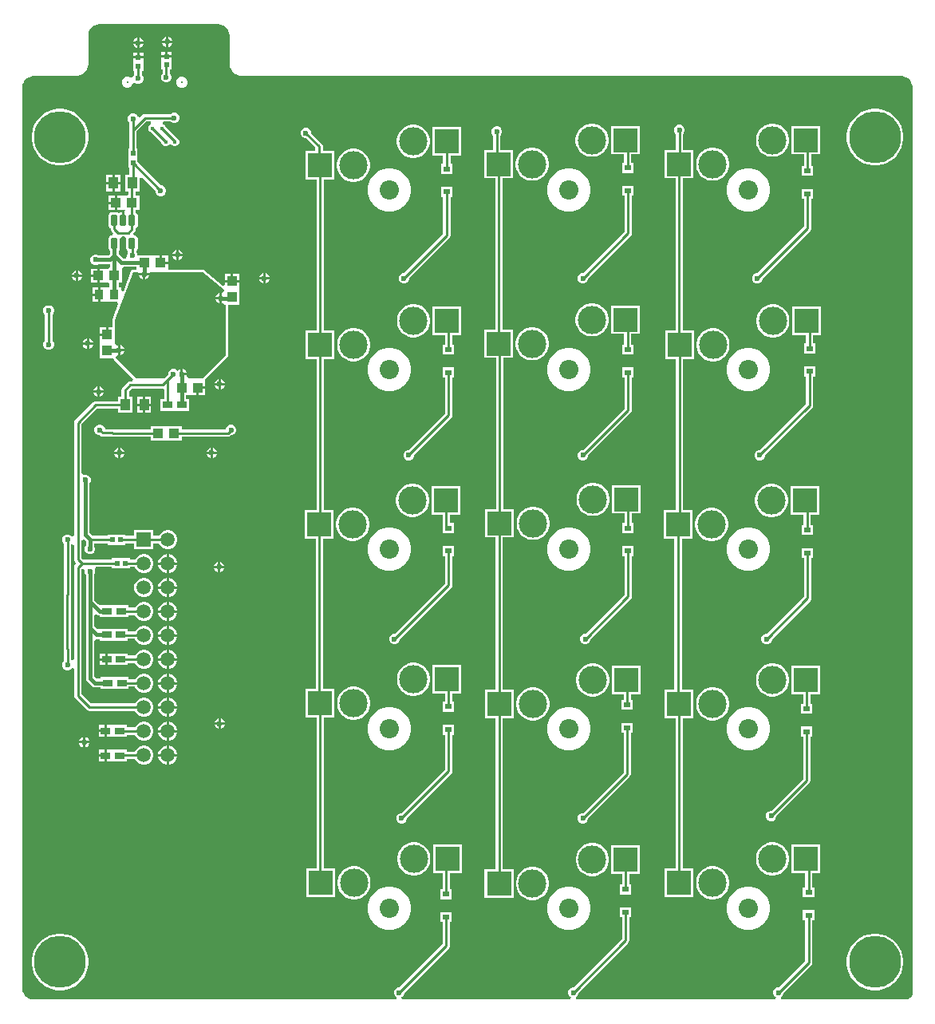
<source format=gbl>
G04*
G04 #@! TF.GenerationSoftware,Altium Limited,Altium Designer,25.8.1 (18)*
G04*
G04 Layer_Physical_Order=2*
G04 Layer_Color=15238730*
%FSLAX44Y44*%
%MOMM*%
G71*
G04*
G04 #@! TF.SameCoordinates,69063981-3850-437B-816B-5615AFDD25F8*
G04*
G04*
G04 #@! TF.FilePolarity,Positive*
G04*
G01*
G75*
%ADD11C,0.2540*%
%ADD17R,1.1000X1.0000*%
%ADD44R,1.0000X0.7500*%
%ADD46C,0.3810*%
%ADD47C,1.5080*%
%ADD48C,0.3250*%
%ADD49C,5.5000*%
%ADD50R,1.5080X1.5080*%
%ADD51C,2.0450*%
%ADD52C,3.0000*%
%ADD53C,0.6000*%
%ADD54C,0.4000*%
%ADD55R,0.6000X0.5000*%
%ADD56R,1.0000X1.1000*%
%ADD57R,1.0000X1.2000*%
G04:AMPARAMS|DCode=58|XSize=0.67mm|YSize=1.17mm|CornerRadius=0.0402mm|HoleSize=0mm|Usage=FLASHONLY|Rotation=0.000|XOffset=0mm|YOffset=0mm|HoleType=Round|Shape=RoundedRectangle|*
%AMROUNDEDRECTD58*
21,1,0.6700,1.0896,0,0,0.0*
21,1,0.5896,1.1700,0,0,0.0*
1,1,0.0804,0.2948,-0.5448*
1,1,0.0804,-0.2948,-0.5448*
1,1,0.0804,-0.2948,0.5448*
1,1,0.0804,0.2948,0.5448*
%
%ADD58ROUNDEDRECTD58*%
%ADD59R,0.9500X1.0300*%
%ADD60R,0.5600X0.6000*%
%ADD61R,0.5000X0.5000*%
%ADD62R,2.5500X2.5000*%
%ADD63R,0.6900X0.5600*%
G36*
X512300Y1035000D02*
X513551D01*
X516004Y1034512D01*
X518316Y1033555D01*
X520396Y1032165D01*
X522165Y1030396D01*
X523555Y1028316D01*
X524512Y1026004D01*
X525000Y1023551D01*
Y1022300D01*
X525000D01*
Y992700D01*
X525061Y991455D01*
X525547Y989013D01*
X526500Y986713D01*
X527883Y984643D01*
X529643Y982883D01*
X531713Y981500D01*
X534013Y980547D01*
X536455Y980061D01*
X537700Y980000D01*
X1237300Y980000D01*
X1238551D01*
X1241004Y979512D01*
X1243316Y978555D01*
X1245396Y977165D01*
X1247165Y975396D01*
X1248555Y973316D01*
X1249512Y971004D01*
X1250000Y968551D01*
Y967300D01*
X1250000D01*
Y7700D01*
Y6942D01*
X1249704Y5454D01*
X1249124Y4053D01*
X1248281Y2792D01*
X1247208Y1719D01*
X1245947Y876D01*
X1244546Y296D01*
X1243058Y0D01*
X1110507D01*
X1110002Y2540D01*
X1110638Y2803D01*
X1112197Y4362D01*
X1113040Y6398D01*
Y7546D01*
X1142247Y36753D01*
X1143089Y38013D01*
X1143385Y39500D01*
Y84210D01*
X1145490D01*
Y94890D01*
X1133510D01*
Y84210D01*
X1135615D01*
Y41109D01*
X1107546Y13040D01*
X1106398D01*
X1104362Y12197D01*
X1102803Y10638D01*
X1101960Y8602D01*
Y6398D01*
X1102803Y4362D01*
X1104362Y2803D01*
X1104998Y2540D01*
X1104493Y0D01*
X893007D01*
X892502Y2540D01*
X893138Y2803D01*
X894697Y4362D01*
X895540Y6398D01*
Y7546D01*
X947997Y60003D01*
X948839Y61263D01*
X949135Y62750D01*
Y87210D01*
X951240D01*
Y97890D01*
X939260D01*
Y87210D01*
X941365D01*
Y64359D01*
X890046Y13040D01*
X888898D01*
X886862Y12197D01*
X885303Y10638D01*
X884460Y8602D01*
Y6398D01*
X885303Y4362D01*
X886862Y2803D01*
X887498Y2540D01*
X886993Y0D01*
X708007D01*
X707502Y2540D01*
X708138Y2803D01*
X709697Y4362D01*
X710540Y6398D01*
Y7546D01*
X757747Y54753D01*
X758589Y56013D01*
X758885Y57500D01*
Y82210D01*
X760990D01*
Y92890D01*
X749010D01*
Y82210D01*
X751115D01*
Y59109D01*
X705046Y13040D01*
X703898D01*
X701862Y12197D01*
X700303Y10638D01*
X699460Y8602D01*
Y6398D01*
X700303Y4362D01*
X701862Y2803D01*
X702498Y2540D01*
X701993Y0D01*
X316449D01*
X313995Y488D01*
X311684Y1445D01*
X309604Y2835D01*
X307835Y4604D01*
X306445Y6684D01*
X305488Y8996D01*
X305000Y11449D01*
Y12700D01*
X305000Y12700D01*
X305000Y967300D01*
Y968551D01*
X305488Y971004D01*
X306445Y973316D01*
X307835Y975396D01*
X309604Y977165D01*
X311684Y978555D01*
X313995Y979512D01*
X316449Y980000D01*
X317700D01*
Y980000D01*
X362300D01*
X363545Y980061D01*
X365987Y980547D01*
X368287Y981500D01*
X370357Y982883D01*
X372117Y984643D01*
X373500Y986713D01*
X374453Y989013D01*
X374939Y991455D01*
X375000Y992700D01*
X375000Y1023551D01*
X375488Y1026004D01*
X376445Y1028316D01*
X377835Y1030396D01*
X379604Y1032165D01*
X381684Y1033555D01*
X383996Y1034512D01*
X386449Y1035000D01*
X387700D01*
Y1035000D01*
X512300Y1035000D01*
D02*
G37*
%LPC*%
G36*
X460270Y1021470D02*
Y1017270D01*
X464470D01*
X463697Y1019138D01*
X462138Y1020697D01*
X460270Y1021470D01*
D02*
G37*
G36*
X457730D02*
X455862Y1020697D01*
X454303Y1019138D01*
X453530Y1017270D01*
X457730D01*
Y1021470D01*
D02*
G37*
G36*
X429270Y1020470D02*
Y1016270D01*
X433470D01*
X432697Y1018138D01*
X431138Y1019697D01*
X429270Y1020470D01*
D02*
G37*
G36*
X426730D02*
X424862Y1019697D01*
X423303Y1018138D01*
X422530Y1016270D01*
X426730D01*
Y1020470D01*
D02*
G37*
G36*
X464470Y1014730D02*
X460270D01*
Y1010530D01*
X462138Y1011303D01*
X463697Y1012862D01*
X464470Y1014730D01*
D02*
G37*
G36*
X457730D02*
X453530D01*
X454303Y1012862D01*
X455862Y1011303D01*
X457730Y1010530D01*
Y1014730D01*
D02*
G37*
G36*
X433470Y1013730D02*
X429270D01*
Y1009530D01*
X431138Y1010303D01*
X432697Y1011862D01*
X433470Y1013730D01*
D02*
G37*
G36*
X426730D02*
X422530D01*
X423303Y1011862D01*
X424862Y1010303D01*
X426730Y1009530D01*
Y1013730D01*
D02*
G37*
G36*
X463540Y1005590D02*
X459270D01*
Y1001820D01*
X463540D01*
Y1005590D01*
D02*
G37*
G36*
X456730D02*
X452460D01*
Y1001820D01*
X456730D01*
Y1005590D01*
D02*
G37*
G36*
X433540Y1004590D02*
X429270D01*
Y1000820D01*
X433540D01*
Y1004590D01*
D02*
G37*
G36*
X426730D02*
X422460D01*
Y1000820D01*
X426730D01*
Y1004590D01*
D02*
G37*
G36*
X433540Y998280D02*
X428000D01*
X422460D01*
Y994510D01*
Y985410D01*
X423955D01*
Y981014D01*
X423143Y980202D01*
X422530Y978724D01*
X420689Y977999D01*
X419759Y977902D01*
X419719Y977943D01*
X417591Y978824D01*
X415288D01*
X413160Y977943D01*
X411531Y976314D01*
X410649Y974186D01*
Y971882D01*
X411531Y969754D01*
X413160Y968126D01*
X415288Y967244D01*
X417591D01*
X419719Y968126D01*
X421348Y969754D01*
X422043Y971433D01*
X423902Y972210D01*
X424701Y972367D01*
X426738Y971524D01*
X428941D01*
X430978Y972367D01*
X432536Y973926D01*
X433380Y975962D01*
Y978166D01*
X432536Y980202D01*
X431724Y981014D01*
Y985410D01*
X433540D01*
Y994510D01*
Y998280D01*
D02*
G37*
G36*
X463540Y999280D02*
X458000D01*
X452460D01*
Y995510D01*
Y986410D01*
X453955D01*
Y982264D01*
X453143Y981452D01*
X452299Y979416D01*
Y977212D01*
X453143Y975176D01*
X454701Y973617D01*
X456738Y972774D01*
X458941D01*
X460978Y973617D01*
X462536Y975176D01*
X463380Y977212D01*
Y979416D01*
X462536Y981452D01*
X461724Y982264D01*
Y986410D01*
X463540D01*
Y995510D01*
Y999280D01*
D02*
G37*
G36*
X475391Y978824D02*
X473088D01*
X470960Y977943D01*
X469331Y976314D01*
X468450Y974186D01*
Y971882D01*
X469331Y969754D01*
X470960Y968126D01*
X473088Y967244D01*
X475391D01*
X477519Y968126D01*
X479148Y969754D01*
X480029Y971882D01*
Y974186D01*
X479148Y976314D01*
X477519Y977943D01*
X475391Y978824D01*
D02*
G37*
G36*
X467441Y940854D02*
X465238D01*
X463201Y940011D01*
X462389Y939199D01*
X435089D01*
X433603Y938903D01*
X432343Y938061D01*
X430476Y936194D01*
X427537Y936847D01*
X427286Y937452D01*
X425728Y939011D01*
X423691Y939854D01*
X421488D01*
X419451Y939011D01*
X417893Y937452D01*
X417049Y935416D01*
Y933212D01*
X417893Y931176D01*
X418580Y930489D01*
Y922689D01*
Y902854D01*
X417299D01*
Y892774D01*
Y882774D01*
X418455D01*
Y874667D01*
X414294D01*
Y857587D01*
X417449D01*
Y854463D01*
X415653Y852667D01*
X413294Y852667D01*
X410754Y852667D01*
X405604D01*
Y845127D01*
Y837587D01*
X410754D01*
X412374Y837587D01*
X414349Y837587D01*
X414359Y837565D01*
X413354Y835957D01*
Y826577D01*
X410814D01*
Y835025D01*
X409136D01*
X407988Y834797D01*
X407384Y834393D01*
X406780Y834797D01*
X405632Y835025D01*
X399736D01*
X398588Y834797D01*
X397615Y834146D01*
X396964Y833173D01*
X396736Y832025D01*
Y821129D01*
X396964Y819982D01*
X397615Y819008D01*
X398588Y818358D01*
X398799Y818316D01*
Y817777D01*
X399095Y816291D01*
X399937Y815031D01*
X401802Y813165D01*
X400750Y810625D01*
X399736D01*
X398588Y810397D01*
X397615Y809746D01*
X396964Y808773D01*
X396736Y807625D01*
Y796729D01*
X396964Y795582D01*
X397615Y794608D01*
X398152Y794249D01*
Y791441D01*
X396242Y789532D01*
X386303D01*
X386138Y789697D01*
X384102Y790540D01*
X381898D01*
X379862Y789697D01*
X378303Y788138D01*
X377460Y786102D01*
Y783898D01*
X378303Y781862D01*
X379862Y780303D01*
X381898Y779460D01*
X384102D01*
X386138Y780303D01*
X386303Y780468D01*
X398120D01*
X398152Y780442D01*
Y777233D01*
X396356Y775437D01*
X394824D01*
X392284Y775437D01*
X387134D01*
Y767897D01*
Y760357D01*
X392284D01*
X393904Y760357D01*
X396535Y760357D01*
X397383Y759510D01*
Y756414D01*
X396535Y755567D01*
X395174D01*
X392634Y755567D01*
X387974D01*
Y747877D01*
Y740187D01*
X392634D01*
X393994Y740187D01*
X396534Y740187D01*
X405489D01*
X406920Y738089D01*
X400589Y721945D01*
X400504Y721472D01*
X400410Y721000D01*
Y713604D01*
X396110D01*
Y705564D01*
X394840D01*
Y704294D01*
X387299D01*
Y697524D01*
X387299D01*
Y696604D01*
X387299D01*
Y680524D01*
X401782D01*
X401810Y680382D01*
X401815Y680105D01*
X401907Y679891D01*
X401953Y679664D01*
X402107Y679433D01*
X402218Y679178D01*
X402385Y679017D01*
X402514Y678823D01*
X422913Y658425D01*
X421861Y655885D01*
X419540D01*
X418053Y655589D01*
X416793Y654747D01*
X411523Y649477D01*
X410681Y648217D01*
X410385Y646730D01*
Y639540D01*
X406730D01*
Y634885D01*
X383000D01*
X381513Y634589D01*
X380253Y633747D01*
X361253Y614747D01*
X360411Y613487D01*
X360115Y612000D01*
Y491936D01*
X358190Y491301D01*
X357575Y491259D01*
X356138Y492697D01*
X354102Y493540D01*
X351898D01*
X349862Y492697D01*
X348303Y491138D01*
X347460Y489102D01*
Y486898D01*
X348303Y484862D01*
X349115Y484050D01*
Y430831D01*
X349061Y430750D01*
X348765Y429263D01*
Y372475D01*
X349061Y370988D01*
X349115Y370907D01*
Y358950D01*
X348303Y358138D01*
X347460Y356102D01*
Y353898D01*
X348303Y351862D01*
X349862Y350303D01*
X351898Y349460D01*
X354102D01*
X356138Y350303D01*
X357575Y351741D01*
X358190Y351699D01*
X360115Y351064D01*
Y322400D01*
X360411Y320913D01*
X361253Y319653D01*
X373453Y307453D01*
X374713Y306611D01*
X376200Y306315D01*
X424605D01*
X424607Y306309D01*
X425934Y304011D01*
X427811Y302134D01*
X430109Y300807D01*
X432673Y300120D01*
X435327D01*
X437891Y300807D01*
X440189Y302134D01*
X442066Y304011D01*
X443393Y306309D01*
X444080Y308873D01*
Y311527D01*
X443393Y314091D01*
X442066Y316389D01*
X440189Y318266D01*
X437891Y319593D01*
X435327Y320280D01*
X432673D01*
X430109Y319593D01*
X427811Y318266D01*
X425934Y316389D01*
X424607Y314091D01*
X424605Y314085D01*
X377809D01*
X367885Y324009D01*
Y456376D01*
X370106Y457895D01*
X371460Y455102D01*
Y452898D01*
X372303Y450862D01*
X372468Y450697D01*
Y422000D01*
Y394000D01*
Y341000D01*
X372813Y339266D01*
X373795Y337795D01*
X378795Y332795D01*
X378795Y332795D01*
X380266Y331813D01*
X382000Y331468D01*
X387960D01*
Y329710D01*
X418040D01*
Y331915D01*
X424552D01*
X424607Y331709D01*
X425934Y329411D01*
X427811Y327534D01*
X430109Y326207D01*
X432673Y325520D01*
X435327D01*
X437891Y326207D01*
X440189Y327534D01*
X442066Y329411D01*
X443393Y331709D01*
X444080Y334273D01*
Y336927D01*
X443393Y339491D01*
X442066Y341789D01*
X440189Y343666D01*
X437891Y344993D01*
X435327Y345680D01*
X432673D01*
X430109Y344993D01*
X427811Y343666D01*
X425934Y341789D01*
X424719Y339685D01*
X418040D01*
Y342290D01*
X387960D01*
Y340532D01*
X383877D01*
X381532Y342877D01*
Y380481D01*
X384000Y382468D01*
X384000Y382468D01*
X386960D01*
Y380710D01*
X417040D01*
Y382815D01*
X424525D01*
X424607Y382509D01*
X425934Y380211D01*
X427811Y378334D01*
X430109Y377007D01*
X432673Y376320D01*
X435327D01*
X437891Y377007D01*
X440189Y378334D01*
X442066Y380211D01*
X443393Y382509D01*
X444080Y385073D01*
Y387727D01*
X443393Y390291D01*
X442066Y392589D01*
X440189Y394466D01*
X437891Y395793D01*
X435327Y396480D01*
X432673D01*
X430109Y395793D01*
X427811Y394466D01*
X425934Y392589D01*
X424777Y390585D01*
X417040D01*
Y393290D01*
X386960D01*
Y393290D01*
X384420Y392989D01*
X381532Y395877D01*
Y407858D01*
X382171Y408123D01*
X384072Y408610D01*
X385266Y407813D01*
X387000Y407468D01*
X387460D01*
Y405710D01*
X417540D01*
Y408015D01*
X424579D01*
X424607Y407909D01*
X425934Y405611D01*
X427811Y403734D01*
X430109Y402407D01*
X432673Y401720D01*
X435327D01*
X437891Y402407D01*
X440189Y403734D01*
X442066Y405611D01*
X443393Y407909D01*
X444080Y410473D01*
Y413127D01*
X443393Y415691D01*
X442066Y417989D01*
X440189Y419866D01*
X437891Y421193D01*
X435327Y421880D01*
X432673D01*
X430109Y421193D01*
X427811Y419866D01*
X425934Y417989D01*
X424661Y415785D01*
X417540D01*
Y418290D01*
X387460D01*
X387460Y418290D01*
Y418290D01*
X385624Y419785D01*
X381532Y423877D01*
Y450697D01*
X381697Y450862D01*
X382540Y452898D01*
Y455102D01*
X381930Y456575D01*
X382724Y458396D01*
X383312Y459115D01*
X400310D01*
Y457460D01*
X419690D01*
Y458915D01*
X424552D01*
X424607Y458709D01*
X425934Y456411D01*
X427811Y454534D01*
X430109Y453207D01*
X432673Y452520D01*
X435327D01*
X437891Y453207D01*
X440189Y454534D01*
X442066Y456411D01*
X443393Y458709D01*
X444080Y461273D01*
Y463927D01*
X443393Y466491D01*
X442066Y468789D01*
X440189Y470666D01*
X437891Y471993D01*
X435327Y472680D01*
X432673D01*
X430109Y471993D01*
X427811Y470666D01*
X425934Y468789D01*
X424719Y466685D01*
X419690D01*
Y468540D01*
X400310D01*
Y466885D01*
X369809D01*
X367885Y468809D01*
Y487114D01*
X370425Y488166D01*
X372468Y486123D01*
Y481303D01*
X372303Y481138D01*
X371460Y479102D01*
Y476898D01*
X372303Y474862D01*
X373862Y473303D01*
X375898Y472460D01*
X378102D01*
X380138Y473303D01*
X381697Y474862D01*
X382540Y476898D01*
Y479102D01*
X381697Y481138D01*
X381532Y481303D01*
Y484115D01*
X395310D01*
Y482460D01*
X414690D01*
Y484115D01*
X423920D01*
Y477920D01*
X444080D01*
Y484115D01*
X450005D01*
X450007Y484109D01*
X451334Y481811D01*
X453211Y479934D01*
X455509Y478607D01*
X458073Y477920D01*
X460727D01*
X463291Y478607D01*
X465589Y479934D01*
X467466Y481811D01*
X468793Y484109D01*
X469480Y486673D01*
Y489327D01*
X468793Y491891D01*
X467466Y494189D01*
X465589Y496066D01*
X463291Y497393D01*
X460727Y498080D01*
X458073D01*
X455509Y497393D01*
X453211Y496066D01*
X451334Y494189D01*
X450007Y491891D01*
X450005Y491885D01*
X444080D01*
Y498080D01*
X423920D01*
Y491885D01*
X414690D01*
Y493540D01*
X395310D01*
Y491885D01*
X379525D01*
X376473Y494936D01*
Y547921D01*
X376638Y548086D01*
X377481Y550122D01*
Y552326D01*
X376638Y554362D01*
X375079Y555921D01*
X373043Y556764D01*
X370839D01*
X370425Y556592D01*
X367885Y558290D01*
Y610391D01*
X384609Y627115D01*
X406730D01*
Y622460D01*
X421810D01*
Y639540D01*
X418155D01*
Y645121D01*
X421149Y648115D01*
X454025D01*
X455455Y646942D01*
Y637208D01*
X451665D01*
Y624628D01*
X481745D01*
Y637208D01*
X478872D01*
Y641524D01*
X482129D01*
Y641524D01*
X483050D01*
Y641524D01*
X489819D01*
Y649064D01*
X491090D01*
Y650334D01*
X499129D01*
Y656604D01*
X499129Y656604D01*
X499130D01*
X499129Y656604D01*
X499608Y658946D01*
X522831Y682169D01*
X523393Y683009D01*
X523590Y684000D01*
Y737024D01*
X535130D01*
Y751484D01*
X535130Y753104D01*
X535130D01*
Y754024D01*
X535130D01*
Y760794D01*
X527589D01*
X520050D01*
Y758433D01*
X517751Y757353D01*
X497652Y773995D01*
X497312Y774178D01*
X496991Y774393D01*
X496871Y774417D01*
X496763Y774475D01*
X496379Y774514D01*
X496000Y774590D01*
X459630D01*
Y780544D01*
X451590D01*
Y781814D01*
X450320D01*
Y789354D01*
X443550D01*
Y789354D01*
X442629D01*
Y789354D01*
X427374D01*
Y790479D01*
X426772Y791932D01*
X426530Y792515D01*
X426553Y794608D01*
X427203Y795582D01*
X427431Y796729D01*
Y807625D01*
X427203Y808773D01*
X426553Y809746D01*
X425579Y810397D01*
X424432Y810625D01*
X423667D01*
X422615Y813165D01*
X424230Y814781D01*
X425073Y816041D01*
X425368Y817527D01*
Y818316D01*
X425579Y818358D01*
X426553Y819008D01*
X427203Y819982D01*
X427431Y821129D01*
Y832025D01*
X427203Y833173D01*
X426553Y834146D01*
X425579Y834797D01*
X425368Y834839D01*
Y837587D01*
X429374D01*
Y852667D01*
X425218D01*
Y857587D01*
X429374D01*
Y871694D01*
X431914Y872746D01*
X446300Y858360D01*
Y856962D01*
X447143Y854926D01*
X448701Y853367D01*
X450738Y852524D01*
X452942D01*
X454978Y853367D01*
X456536Y854926D01*
X457379Y856962D01*
Y859166D01*
X456536Y861202D01*
X454978Y862761D01*
X452942Y863604D01*
X452043D01*
X427379Y888268D01*
Y892774D01*
Y902854D01*
X426349D01*
Y921080D01*
X436699Y931429D01*
X441380D01*
X441652Y931249D01*
X441563Y928688D01*
X440413Y928212D01*
X439136Y926935D01*
X438445Y925266D01*
Y923460D01*
X439136Y921791D01*
X440413Y920514D01*
X441830Y919927D01*
X452550Y909207D01*
Y909161D01*
X453241Y907492D01*
X454518Y906215D01*
X456186Y905524D01*
X457993D01*
X459661Y906215D01*
X460622Y907176D01*
X462090Y907353D01*
X463557Y907176D01*
X464518Y906215D01*
X466186Y905524D01*
X467993D01*
X469661Y906215D01*
X470938Y907492D01*
X471629Y909161D01*
Y910967D01*
X470938Y912636D01*
X469661Y913913D01*
X468245Y914499D01*
X457525Y925219D01*
Y925266D01*
X456834Y926935D01*
X455557Y928212D01*
X454407Y928688D01*
X454318Y931249D01*
X454590Y931429D01*
X462389D01*
X463201Y930617D01*
X465238Y929774D01*
X467441D01*
X469478Y930617D01*
X471036Y932176D01*
X471880Y934212D01*
Y936416D01*
X471036Y938452D01*
X469478Y940011D01*
X467441Y940854D01*
D02*
G37*
G36*
X911478Y929240D02*
X908023D01*
X904634Y928566D01*
X901442Y927244D01*
X898569Y925324D01*
X896126Y922881D01*
X894206Y920008D01*
X892884Y916816D01*
X892210Y913428D01*
Y909973D01*
X892884Y906584D01*
X894206Y903392D01*
X896126Y900519D01*
X898569Y898076D01*
X901442Y896156D01*
X904634Y894834D01*
X908023Y894160D01*
X911478D01*
X914866Y894834D01*
X918058Y896156D01*
X920931Y898076D01*
X923374Y900519D01*
X925294Y903392D01*
X926616Y906584D01*
X927290Y909973D01*
Y913428D01*
X926616Y916816D01*
X925294Y920008D01*
X923374Y922881D01*
X920931Y925324D01*
X918058Y927244D01*
X914866Y928566D01*
X911478Y929240D01*
D02*
G37*
G36*
X1102978Y929240D02*
X1099522D01*
X1096134Y928566D01*
X1092942Y927244D01*
X1090069Y925324D01*
X1087626Y922881D01*
X1085706Y920008D01*
X1084384Y916816D01*
X1083710Y913428D01*
Y909973D01*
X1084384Y906584D01*
X1085706Y903392D01*
X1087626Y900519D01*
X1090069Y898076D01*
X1092942Y896156D01*
X1096134Y894834D01*
X1099522Y894160D01*
X1102978D01*
X1106366Y894834D01*
X1109558Y896156D01*
X1112431Y898076D01*
X1114874Y900519D01*
X1116794Y903392D01*
X1118116Y906584D01*
X1118790Y909973D01*
Y913428D01*
X1118116Y916816D01*
X1116794Y920008D01*
X1114874Y922881D01*
X1112431Y925324D01*
X1109558Y927244D01*
X1106366Y928566D01*
X1102978Y929240D01*
D02*
G37*
G36*
X721728Y927940D02*
X718272D01*
X714884Y927266D01*
X711692Y925944D01*
X708819Y924024D01*
X706376Y921581D01*
X704456Y918708D01*
X703134Y915516D01*
X702460Y912128D01*
Y908672D01*
X703134Y905284D01*
X704456Y902092D01*
X706376Y899219D01*
X708819Y896776D01*
X711692Y894856D01*
X714884Y893534D01*
X718272Y892860D01*
X721728D01*
X725116Y893534D01*
X728308Y894856D01*
X731181Y896776D01*
X733624Y899219D01*
X735544Y902092D01*
X736866Y905284D01*
X737540Y908672D01*
Y912128D01*
X736866Y915516D01*
X735544Y918708D01*
X733624Y921581D01*
X731181Y924024D01*
X728308Y925944D01*
X725116Y927266D01*
X721728Y927940D01*
D02*
G37*
G36*
X1212364Y945040D02*
X1207636D01*
X1202966Y944300D01*
X1198469Y942839D01*
X1194256Y940693D01*
X1190430Y937913D01*
X1187087Y934570D01*
X1184307Y930744D01*
X1182161Y926531D01*
X1180700Y922034D01*
X1179960Y917364D01*
Y912636D01*
X1180700Y907966D01*
X1182161Y903469D01*
X1184307Y899256D01*
X1187087Y895430D01*
X1190430Y892087D01*
X1194256Y889307D01*
X1198469Y887161D01*
X1202966Y885700D01*
X1207636Y884960D01*
X1212364D01*
X1217034Y885700D01*
X1221531Y887161D01*
X1225744Y889307D01*
X1229570Y892087D01*
X1232913Y895430D01*
X1235693Y899256D01*
X1237839Y903469D01*
X1239300Y907966D01*
X1240040Y912636D01*
Y917364D01*
X1239300Y922034D01*
X1237839Y926531D01*
X1235693Y930744D01*
X1232913Y934570D01*
X1229570Y937913D01*
X1225744Y940693D01*
X1221531Y942839D01*
X1217034Y944300D01*
X1212364Y945040D01*
D02*
G37*
G36*
X347364D02*
X342636D01*
X337966Y944300D01*
X333469Y942839D01*
X329256Y940693D01*
X325430Y937913D01*
X322087Y934570D01*
X319307Y930744D01*
X317161Y926531D01*
X315700Y922034D01*
X314960Y917364D01*
Y912636D01*
X315700Y907966D01*
X317161Y903469D01*
X319307Y899256D01*
X322087Y895430D01*
X325430Y892087D01*
X329256Y889307D01*
X333469Y887161D01*
X337966Y885700D01*
X342636Y884960D01*
X347364D01*
X352034Y885700D01*
X356531Y887161D01*
X360744Y889307D01*
X364570Y892087D01*
X367913Y895430D01*
X370692Y899256D01*
X372839Y903469D01*
X374300Y907966D01*
X375040Y912636D01*
Y917364D01*
X374300Y922034D01*
X372839Y926531D01*
X370692Y930744D01*
X367913Y934570D01*
X364570Y937913D01*
X360744Y940693D01*
X356531Y942839D01*
X352034Y944300D01*
X347364Y945040D01*
D02*
G37*
G36*
X960540Y926740D02*
X929960D01*
Y896660D01*
X943465D01*
Y887740D01*
X942010D01*
Y877060D01*
X953990D01*
Y887740D01*
X951235D01*
Y896660D01*
X960540D01*
Y926740D01*
D02*
G37*
G36*
X770790Y925440D02*
X740210D01*
Y895360D01*
X751615D01*
Y886540D01*
X749510D01*
Y875860D01*
X761490D01*
Y886540D01*
X759385D01*
Y895360D01*
X770790D01*
Y925440D01*
D02*
G37*
G36*
X1152040Y926740D02*
X1121460D01*
Y896660D01*
X1134615D01*
Y884540D01*
X1132510D01*
Y873860D01*
X1144490D01*
Y884540D01*
X1142385D01*
Y896660D01*
X1152040D01*
Y926740D01*
D02*
G37*
G36*
X847978Y903840D02*
X844522D01*
X841134Y903166D01*
X837942Y901844D01*
X835069Y899924D01*
X832626Y897481D01*
X830706Y894608D01*
X829384Y891416D01*
X828710Y888028D01*
Y884573D01*
X829384Y881184D01*
X830706Y877992D01*
X832626Y875119D01*
X835069Y872676D01*
X837942Y870756D01*
X841134Y869434D01*
X844522Y868760D01*
X847978D01*
X851366Y869434D01*
X854558Y870756D01*
X857431Y872676D01*
X859874Y875119D01*
X861794Y877992D01*
X863116Y881184D01*
X863790Y884573D01*
Y888028D01*
X863116Y891416D01*
X861794Y894608D01*
X859874Y897481D01*
X857431Y899924D01*
X854558Y901844D01*
X851366Y903166D01*
X847978Y903840D01*
D02*
G37*
G36*
X1039477Y903840D02*
X1036022D01*
X1032634Y903166D01*
X1029442Y901844D01*
X1026569Y899924D01*
X1024126Y897481D01*
X1022206Y894608D01*
X1020884Y891416D01*
X1020210Y888027D01*
Y884573D01*
X1020884Y881184D01*
X1022206Y877992D01*
X1024126Y875119D01*
X1026569Y872676D01*
X1029442Y870756D01*
X1032634Y869434D01*
X1036022Y868760D01*
X1039477D01*
X1042866Y869434D01*
X1046058Y870756D01*
X1048931Y872676D01*
X1051374Y875119D01*
X1053294Y877992D01*
X1054616Y881184D01*
X1055290Y884573D01*
Y888027D01*
X1054616Y891416D01*
X1053294Y894608D01*
X1051374Y897481D01*
X1048931Y899924D01*
X1046058Y901844D01*
X1042866Y903166D01*
X1039477Y903840D01*
D02*
G37*
G36*
X658227Y902540D02*
X654772D01*
X651384Y901866D01*
X648192Y900544D01*
X645319Y898624D01*
X642876Y896181D01*
X640956Y893308D01*
X639634Y890116D01*
X638960Y886728D01*
Y883272D01*
X639634Y879884D01*
X640956Y876692D01*
X642876Y873819D01*
X645319Y871376D01*
X648192Y869456D01*
X651384Y868134D01*
X654772Y867460D01*
X658227D01*
X661616Y868134D01*
X664808Y869456D01*
X667681Y871376D01*
X670124Y873819D01*
X672044Y876692D01*
X673366Y879884D01*
X674040Y883272D01*
Y886728D01*
X673366Y890116D01*
X672044Y893308D01*
X670124Y896181D01*
X667681Y898624D01*
X664808Y900544D01*
X661616Y901866D01*
X658227Y902540D01*
D02*
G37*
G36*
X409374Y874667D02*
X403104D01*
Y867398D01*
X409374D01*
Y874667D01*
D02*
G37*
G36*
X400564D02*
X394294D01*
Y867398D01*
X400564D01*
Y874667D01*
D02*
G37*
G36*
X409374Y864857D02*
X403104D01*
Y857587D01*
X409374D01*
Y864857D01*
D02*
G37*
G36*
X400564D02*
X394294D01*
Y857587D01*
X400564D01*
Y864857D01*
D02*
G37*
G36*
X403064Y852667D02*
X396294D01*
Y846397D01*
X403064D01*
Y852667D01*
D02*
G37*
G36*
Y843857D02*
X396294D01*
Y837587D01*
X403064D01*
Y843857D01*
D02*
G37*
G36*
X1077764Y881987D02*
X1073236D01*
X1068795Y881104D01*
X1064612Y879371D01*
X1060847Y876855D01*
X1057645Y873653D01*
X1055129Y869888D01*
X1053396Y865705D01*
X1052513Y861264D01*
Y856736D01*
X1053396Y852295D01*
X1055129Y848112D01*
X1057645Y844347D01*
X1060847Y841145D01*
X1064612Y838629D01*
X1068795Y836896D01*
X1073236Y836013D01*
X1077764D01*
X1082205Y836896D01*
X1086388Y838629D01*
X1090153Y841145D01*
X1093355Y844347D01*
X1095871Y848112D01*
X1097604Y852295D01*
X1098487Y856736D01*
Y861264D01*
X1097604Y865705D01*
X1095871Y869888D01*
X1093355Y873653D01*
X1090153Y876855D01*
X1086388Y879371D01*
X1082205Y881104D01*
X1077764Y881987D01*
D02*
G37*
G36*
X887264D02*
X882736D01*
X878295Y881104D01*
X874112Y879371D01*
X870347Y876855D01*
X867145Y873653D01*
X864629Y869888D01*
X862896Y865705D01*
X862013Y861264D01*
Y856736D01*
X862896Y852295D01*
X864629Y848112D01*
X867145Y844347D01*
X870347Y841145D01*
X874112Y838629D01*
X878295Y836896D01*
X882736Y836013D01*
X887264D01*
X891705Y836896D01*
X895888Y838629D01*
X899653Y841145D01*
X902855Y844347D01*
X905371Y848112D01*
X907104Y852295D01*
X907987Y856736D01*
Y861264D01*
X907104Y865705D01*
X905371Y869888D01*
X902855Y873653D01*
X899653Y876855D01*
X895888Y879371D01*
X891705Y881104D01*
X887264Y881987D01*
D02*
G37*
G36*
X696764D02*
X692236D01*
X687795Y881104D01*
X683612Y879371D01*
X679847Y876855D01*
X676645Y873653D01*
X674129Y869888D01*
X672396Y865705D01*
X671513Y861264D01*
Y856736D01*
X672396Y852295D01*
X674129Y848112D01*
X676645Y844347D01*
X679847Y841145D01*
X683612Y838629D01*
X687795Y836896D01*
X692236Y836013D01*
X696764D01*
X701205Y836896D01*
X705388Y838629D01*
X709153Y841145D01*
X712355Y844347D01*
X714871Y848112D01*
X716604Y852295D01*
X717487Y856736D01*
Y861264D01*
X716604Y865705D01*
X714871Y869888D01*
X712355Y873653D01*
X709153Y876855D01*
X705388Y879371D01*
X701205Y881104D01*
X696764Y881987D01*
D02*
G37*
G36*
X471270Y795470D02*
Y791270D01*
X475470D01*
X474697Y793138D01*
X473138Y794697D01*
X471270Y795470D01*
D02*
G37*
G36*
X468730D02*
X466862Y794697D01*
X465303Y793138D01*
X464530Y791270D01*
X468730D01*
Y795470D01*
D02*
G37*
G36*
X475470Y788730D02*
X471270D01*
Y784530D01*
X473138Y785303D01*
X474697Y786862D01*
X475470Y788730D01*
D02*
G37*
G36*
X468730D02*
X464530D01*
X465303Y786862D01*
X466862Y785303D01*
X468730Y784530D01*
Y788730D01*
D02*
G37*
G36*
X459630Y789354D02*
X452860D01*
Y783084D01*
X459630D01*
Y789354D01*
D02*
G37*
G36*
X364270Y773470D02*
Y769270D01*
X368470D01*
X367697Y771138D01*
X366138Y772697D01*
X364270Y773470D01*
D02*
G37*
G36*
X361730D02*
X359862Y772697D01*
X358303Y771138D01*
X357530Y769270D01*
X361730D01*
Y773470D01*
D02*
G37*
G36*
X384594Y775437D02*
X377824D01*
Y769167D01*
X384594D01*
Y775437D01*
D02*
G37*
G36*
X563270Y770470D02*
Y766270D01*
X567470D01*
X566697Y768138D01*
X565138Y769697D01*
X563270Y770470D01*
D02*
G37*
G36*
X560730D02*
X558862Y769697D01*
X557303Y768138D01*
X556530Y766270D01*
X560730D01*
Y770470D01*
D02*
G37*
G36*
X535130Y770104D02*
X528859D01*
Y763334D01*
X535130D01*
Y770104D01*
D02*
G37*
G36*
X526320D02*
X520050D01*
Y763334D01*
X526320D01*
Y770104D01*
D02*
G37*
G36*
X368470Y766730D02*
X364270D01*
Y762530D01*
X366138Y763303D01*
X367697Y764862D01*
X368470Y766730D01*
D02*
G37*
G36*
X361730D02*
X357530D01*
X358303Y764862D01*
X359862Y763303D01*
X361730Y762530D01*
Y766730D01*
D02*
G37*
G36*
X384594Y766627D02*
X377824D01*
Y760357D01*
X384594D01*
Y766627D01*
D02*
G37*
G36*
X567470Y763730D02*
X563270D01*
Y759530D01*
X565138Y760303D01*
X566697Y761862D01*
X567470Y763730D01*
D02*
G37*
G36*
X560730D02*
X556530D01*
X557303Y761862D01*
X558862Y760303D01*
X560730Y759530D01*
Y763730D01*
D02*
G37*
G36*
X1144490Y860140D02*
X1132510D01*
Y849460D01*
X1134615D01*
Y820109D01*
X1085046Y770540D01*
X1083898D01*
X1081862Y769697D01*
X1080303Y768138D01*
X1079460Y766102D01*
Y763898D01*
X1080303Y761862D01*
X1081862Y760303D01*
X1083898Y759460D01*
X1086102D01*
X1088138Y760303D01*
X1089697Y761862D01*
X1090540Y763898D01*
Y765046D01*
X1141247Y815753D01*
X1142089Y817013D01*
X1142385Y818500D01*
Y849460D01*
X1144490D01*
Y860140D01*
D02*
G37*
G36*
X953990Y863340D02*
X942010D01*
Y852660D01*
X944115D01*
Y814609D01*
X900046Y770540D01*
X898898D01*
X896862Y769697D01*
X895303Y768138D01*
X894460Y766102D01*
Y763898D01*
X895303Y761862D01*
X896862Y760303D01*
X898898Y759460D01*
X901102D01*
X903138Y760303D01*
X904697Y761862D01*
X905540Y763898D01*
Y765046D01*
X950747Y810253D01*
X951589Y811513D01*
X951885Y813000D01*
Y852660D01*
X953990D01*
Y863340D01*
D02*
G37*
G36*
X761490Y862140D02*
X749510D01*
Y851460D01*
X751615D01*
Y812109D01*
X710046Y770540D01*
X708898D01*
X706862Y769697D01*
X705303Y768138D01*
X704460Y766102D01*
Y763898D01*
X705303Y761862D01*
X706862Y760303D01*
X708898Y759460D01*
X711102D01*
X713138Y760303D01*
X714697Y761862D01*
X715540Y763898D01*
Y765046D01*
X758247Y807753D01*
X759089Y809013D01*
X759385Y810500D01*
Y851460D01*
X761490D01*
Y862140D01*
D02*
G37*
G36*
X385434Y755567D02*
X379414D01*
Y749147D01*
X385434D01*
Y755567D01*
D02*
G37*
G36*
Y746607D02*
X379414D01*
Y740187D01*
X385434D01*
Y746607D01*
D02*
G37*
G36*
X393569Y713604D02*
X387299D01*
Y706834D01*
X393569D01*
Y713604D01*
D02*
G37*
G36*
X911478Y738740D02*
X908023D01*
X904634Y738066D01*
X901442Y736744D01*
X898569Y734824D01*
X896126Y732381D01*
X894206Y729508D01*
X892884Y726316D01*
X892210Y722927D01*
Y719473D01*
X892884Y716084D01*
X894206Y712892D01*
X896126Y710019D01*
X898569Y707576D01*
X901442Y705656D01*
X904634Y704334D01*
X908023Y703660D01*
X911478D01*
X914866Y704334D01*
X918058Y705656D01*
X920931Y707576D01*
X923374Y710019D01*
X925294Y712892D01*
X926616Y716084D01*
X927290Y719473D01*
Y722927D01*
X926616Y726316D01*
X925294Y729508D01*
X923374Y732381D01*
X920931Y734824D01*
X918058Y736744D01*
X914866Y738066D01*
X911478Y738740D01*
D02*
G37*
G36*
X721978Y737740D02*
X718522D01*
X715134Y737066D01*
X711942Y735744D01*
X709069Y733824D01*
X706626Y731381D01*
X704706Y728508D01*
X703384Y725316D01*
X702710Y721927D01*
Y718473D01*
X703384Y715084D01*
X704706Y711892D01*
X706626Y709019D01*
X709069Y706576D01*
X711942Y704656D01*
X715134Y703334D01*
X718522Y702660D01*
X721978D01*
X725366Y703334D01*
X728558Y704656D01*
X731431Y706576D01*
X733874Y709019D01*
X735794Y711892D01*
X737116Y715084D01*
X737790Y718473D01*
Y721927D01*
X737116Y725316D01*
X735794Y728508D01*
X733874Y731381D01*
X731431Y733824D01*
X728558Y735744D01*
X725366Y737066D01*
X721978Y737740D01*
D02*
G37*
G36*
X1103227Y737440D02*
X1099772D01*
X1096384Y736766D01*
X1093192Y735444D01*
X1090319Y733524D01*
X1087876Y731081D01*
X1085956Y728208D01*
X1084634Y725016D01*
X1083960Y721628D01*
Y718173D01*
X1084634Y714784D01*
X1085956Y711592D01*
X1087876Y708719D01*
X1090319Y706276D01*
X1093192Y704356D01*
X1096384Y703034D01*
X1099772Y702360D01*
X1103227D01*
X1106616Y703034D01*
X1109808Y704356D01*
X1112681Y706276D01*
X1115124Y708719D01*
X1117044Y711592D01*
X1118366Y714784D01*
X1119040Y718173D01*
Y721628D01*
X1118366Y725016D01*
X1117044Y728208D01*
X1115124Y731081D01*
X1112681Y733524D01*
X1109808Y735444D01*
X1106616Y736766D01*
X1103227Y737440D01*
D02*
G37*
G36*
X375810Y701470D02*
Y697270D01*
X380010D01*
X379237Y699138D01*
X377678Y700697D01*
X375810Y701470D01*
D02*
G37*
G36*
X373270D02*
X371402Y700697D01*
X369843Y699138D01*
X369070Y697270D01*
X373270D01*
Y701470D01*
D02*
G37*
G36*
X380010Y694730D02*
X375810D01*
Y690530D01*
X377678Y691303D01*
X379237Y692862D01*
X380010Y694730D01*
D02*
G37*
G36*
X373270D02*
X369070D01*
X369843Y692862D01*
X371402Y691303D01*
X373270Y690530D01*
Y694730D01*
D02*
G37*
G36*
X334102Y736540D02*
X331898D01*
X329862Y735697D01*
X328303Y734138D01*
X327460Y732102D01*
Y729898D01*
X328303Y727862D01*
X329115Y727050D01*
Y698950D01*
X328303Y698138D01*
X327460Y696102D01*
Y693898D01*
X328303Y691862D01*
X329862Y690303D01*
X331898Y689460D01*
X334102D01*
X336138Y690303D01*
X337697Y691862D01*
X338540Y693898D01*
Y696102D01*
X337697Y698138D01*
X336885Y698950D01*
Y727050D01*
X337697Y727862D01*
X338540Y729898D01*
Y732102D01*
X337697Y734138D01*
X336138Y735697D01*
X334102Y736540D01*
D02*
G37*
G36*
X1152290Y734940D02*
X1121710D01*
Y704860D01*
X1136615D01*
Y696040D01*
X1134510D01*
Y685360D01*
X1146490D01*
Y696040D01*
X1144385D01*
Y704860D01*
X1152290D01*
Y734940D01*
D02*
G37*
G36*
X960540Y736240D02*
X929960D01*
Y706160D01*
X943465D01*
Y695040D01*
X942010D01*
Y684360D01*
X953990D01*
Y695040D01*
X951235D01*
Y706160D01*
X960540D01*
Y736240D01*
D02*
G37*
G36*
X771040Y735240D02*
X740460D01*
Y705160D01*
X753615D01*
Y695040D01*
X751510D01*
Y684360D01*
X763490D01*
Y695040D01*
X761385D01*
Y705160D01*
X771040D01*
Y735240D01*
D02*
G37*
G36*
X847978Y713340D02*
X844522D01*
X841134Y712666D01*
X837942Y711344D01*
X835069Y709424D01*
X832626Y706981D01*
X830706Y704108D01*
X829384Y700916D01*
X828710Y697527D01*
Y694072D01*
X829384Y690684D01*
X830706Y687492D01*
X832626Y684619D01*
X835069Y682176D01*
X837942Y680256D01*
X841134Y678934D01*
X844522Y678260D01*
X847978D01*
X851366Y678934D01*
X854558Y680256D01*
X857431Y682176D01*
X859874Y684619D01*
X861794Y687492D01*
X863116Y690684D01*
X863790Y694072D01*
Y697527D01*
X863116Y700916D01*
X861794Y704108D01*
X859874Y706981D01*
X857431Y709424D01*
X854558Y711344D01*
X851366Y712666D01*
X847978Y713340D01*
D02*
G37*
G36*
X658478Y712340D02*
X655023D01*
X651634Y711666D01*
X648442Y710344D01*
X645569Y708424D01*
X643126Y705981D01*
X641206Y703108D01*
X639884Y699916D01*
X639210Y696527D01*
Y693073D01*
X639884Y689684D01*
X641206Y686492D01*
X643126Y683619D01*
X645569Y681176D01*
X648442Y679256D01*
X651634Y677934D01*
X655023Y677260D01*
X658478D01*
X661866Y677934D01*
X665058Y679256D01*
X667931Y681176D01*
X670374Y683619D01*
X672294Y686492D01*
X673616Y689684D01*
X674290Y693073D01*
Y696527D01*
X673616Y699916D01*
X672294Y703108D01*
X670374Y705981D01*
X667931Y708424D01*
X665058Y710344D01*
X661866Y711666D01*
X658478Y712340D01*
D02*
G37*
G36*
X1039727Y712040D02*
X1036273D01*
X1032884Y711366D01*
X1029692Y710044D01*
X1026819Y708124D01*
X1024376Y705681D01*
X1022456Y702808D01*
X1021134Y699616D01*
X1020460Y696227D01*
Y692773D01*
X1021134Y689384D01*
X1022456Y686192D01*
X1024376Y683319D01*
X1026819Y680876D01*
X1029692Y678956D01*
X1032884Y677634D01*
X1036273Y676960D01*
X1039727D01*
X1043116Y677634D01*
X1046308Y678956D01*
X1049181Y680876D01*
X1051624Y683319D01*
X1053544Y686192D01*
X1054866Y689384D01*
X1055540Y692773D01*
Y696227D01*
X1054866Y699616D01*
X1053544Y702808D01*
X1051624Y705681D01*
X1049181Y708124D01*
X1046308Y710044D01*
X1043116Y711366D01*
X1039727Y712040D01*
D02*
G37*
G36*
X515740Y658200D02*
Y654000D01*
X519941D01*
X519167Y655868D01*
X517608Y657427D01*
X515740Y658200D01*
D02*
G37*
G36*
X513200D02*
X511332Y657427D01*
X509774Y655868D01*
X509000Y654000D01*
X513200D01*
Y658200D01*
D02*
G37*
G36*
X519941Y651460D02*
X515740D01*
Y647260D01*
X517608Y648033D01*
X519167Y649592D01*
X519941Y651460D01*
D02*
G37*
G36*
X513200D02*
X509000D01*
X509774Y649592D01*
X511332Y648033D01*
X513200Y647260D01*
Y651460D01*
D02*
G37*
G36*
X387270Y650470D02*
Y646270D01*
X391470D01*
X390697Y648138D01*
X389138Y649697D01*
X387270Y650470D01*
D02*
G37*
G36*
X384730D02*
X382862Y649697D01*
X381303Y648138D01*
X380530Y646270D01*
X384730D01*
Y650470D01*
D02*
G37*
G36*
X1077764Y691487D02*
X1073236D01*
X1068795Y690604D01*
X1064612Y688871D01*
X1060847Y686355D01*
X1057645Y683153D01*
X1055129Y679388D01*
X1053396Y675205D01*
X1052513Y670764D01*
Y666236D01*
X1053396Y661795D01*
X1055129Y657612D01*
X1057645Y653847D01*
X1060847Y650645D01*
X1064612Y648129D01*
X1068795Y646396D01*
X1073236Y645513D01*
X1077764D01*
X1082205Y646396D01*
X1086388Y648129D01*
X1090153Y650645D01*
X1093355Y653847D01*
X1095871Y657612D01*
X1097604Y661795D01*
X1098487Y666236D01*
Y670764D01*
X1097604Y675205D01*
X1095871Y679388D01*
X1093355Y683153D01*
X1090153Y686355D01*
X1086388Y688871D01*
X1082205Y690604D01*
X1077764Y691487D01*
D02*
G37*
G36*
X887264D02*
X882736D01*
X878295Y690604D01*
X874112Y688871D01*
X870347Y686355D01*
X867145Y683153D01*
X864629Y679388D01*
X862896Y675205D01*
X862013Y670764D01*
Y666236D01*
X862896Y661795D01*
X864629Y657612D01*
X867145Y653847D01*
X870347Y650645D01*
X874112Y648129D01*
X878295Y646396D01*
X882736Y645513D01*
X887264D01*
X891705Y646396D01*
X895888Y648129D01*
X899653Y650645D01*
X902855Y653847D01*
X905371Y657612D01*
X907104Y661795D01*
X907987Y666236D01*
Y670764D01*
X907104Y675205D01*
X905371Y679388D01*
X902855Y683153D01*
X899653Y686355D01*
X895888Y688871D01*
X891705Y690604D01*
X887264Y691487D01*
D02*
G37*
G36*
X696764D02*
X692236D01*
X687795Y690604D01*
X683612Y688871D01*
X679847Y686355D01*
X676645Y683153D01*
X674129Y679388D01*
X672396Y675205D01*
X671513Y670764D01*
Y666236D01*
X672396Y661795D01*
X674129Y657612D01*
X676645Y653847D01*
X679847Y650645D01*
X683612Y648129D01*
X687795Y646396D01*
X692236Y645513D01*
X696764D01*
X701205Y646396D01*
X705388Y648129D01*
X709153Y650645D01*
X712355Y653847D01*
X714871Y657612D01*
X716604Y661795D01*
X717487Y666236D01*
Y670764D01*
X716604Y675205D01*
X714871Y679388D01*
X712355Y683153D01*
X709153Y686355D01*
X705388Y688871D01*
X701205Y690604D01*
X696764Y691487D01*
D02*
G37*
G36*
X499129Y647794D02*
X492360D01*
Y641524D01*
X499129D01*
Y647794D01*
D02*
G37*
G36*
X391470Y643730D02*
X387270D01*
Y639530D01*
X389138Y640303D01*
X390697Y641862D01*
X391470Y643730D01*
D02*
G37*
G36*
X384730D02*
X380530D01*
X381303Y641862D01*
X382862Y640303D01*
X384730Y639530D01*
Y643730D01*
D02*
G37*
G36*
X441810Y639540D02*
X435540D01*
Y632270D01*
X441810D01*
Y639540D01*
D02*
G37*
G36*
X433000D02*
X426730D01*
Y632270D01*
X433000D01*
Y639540D01*
D02*
G37*
G36*
X441810Y629730D02*
X435540D01*
Y622460D01*
X441810D01*
Y629730D01*
D02*
G37*
G36*
X433000D02*
X426730D01*
Y622460D01*
X433000D01*
Y629730D01*
D02*
G37*
G36*
X388339Y609961D02*
X386135D01*
X384099Y609117D01*
X382540Y607559D01*
X381697Y605523D01*
Y603319D01*
X382540Y601283D01*
X384099Y599724D01*
X386135Y598881D01*
X387283D01*
X387690Y598474D01*
X388950Y597632D01*
X390437Y597336D01*
X399628D01*
X400885Y597086D01*
X441049D01*
Y593447D01*
X455509D01*
X457130Y593447D01*
X459669Y593447D01*
X474129D01*
Y597086D01*
X523287D01*
X524773Y597382D01*
X526034Y598224D01*
X526441Y598631D01*
X527589D01*
X529625Y599474D01*
X531183Y601033D01*
X532027Y603069D01*
Y605273D01*
X531183Y607309D01*
X529625Y608867D01*
X527589Y609711D01*
X525385D01*
X523349Y608867D01*
X521790Y607309D01*
X520947Y605273D01*
Y604855D01*
X474129D01*
Y608527D01*
X459669D01*
X458050Y608527D01*
X455509Y608527D01*
X441049D01*
Y604855D01*
X401892D01*
X400635Y605105D01*
X392777D01*
Y605523D01*
X391933Y607559D01*
X390375Y609117D01*
X388339Y609961D01*
D02*
G37*
G36*
X507270Y585470D02*
Y581270D01*
X511470D01*
X510697Y583138D01*
X509138Y584697D01*
X507270Y585470D01*
D02*
G37*
G36*
X504730D02*
X502862Y584697D01*
X501303Y583138D01*
X500530Y581270D01*
X504730D01*
Y585470D01*
D02*
G37*
G36*
X409270D02*
Y581270D01*
X413470D01*
X412697Y583138D01*
X411138Y584697D01*
X409270Y585470D01*
D02*
G37*
G36*
X406730D02*
X404862Y584697D01*
X403303Y583138D01*
X402530Y581270D01*
X406730D01*
Y585470D01*
D02*
G37*
G36*
X511470Y578730D02*
X507270D01*
Y574530D01*
X509138Y575303D01*
X510697Y576862D01*
X511470Y578730D01*
D02*
G37*
G36*
X504730D02*
X500530D01*
X501303Y576862D01*
X502862Y575303D01*
X504730Y574530D01*
Y578730D01*
D02*
G37*
G36*
X413470D02*
X409270D01*
Y574530D01*
X411138Y575303D01*
X412697Y576862D01*
X413470Y578730D01*
D02*
G37*
G36*
X406730D02*
X402530D01*
X403303Y576862D01*
X404862Y575303D01*
X406730Y574530D01*
Y578730D01*
D02*
G37*
G36*
X1146490Y671640D02*
X1134510D01*
Y660960D01*
X1136615D01*
Y632109D01*
X1087546Y583040D01*
X1086398D01*
X1084362Y582197D01*
X1082803Y580638D01*
X1081960Y578602D01*
Y576398D01*
X1082803Y574362D01*
X1084362Y572803D01*
X1086398Y571960D01*
X1088602D01*
X1090638Y572803D01*
X1092197Y574362D01*
X1093040Y576398D01*
Y577546D01*
X1143247Y627753D01*
X1144089Y629013D01*
X1144385Y630500D01*
Y660960D01*
X1146490D01*
Y671640D01*
D02*
G37*
G36*
X953990Y670640D02*
X942010D01*
Y659960D01*
X944115D01*
Y627109D01*
X900046Y583040D01*
X898898D01*
X896862Y582197D01*
X895303Y580638D01*
X894460Y578602D01*
Y576398D01*
X895303Y574362D01*
X896862Y572803D01*
X898898Y571960D01*
X901102D01*
X903138Y572803D01*
X904697Y574362D01*
X905540Y576398D01*
Y577546D01*
X950747Y622753D01*
X951589Y624013D01*
X951885Y625500D01*
Y659960D01*
X953990D01*
Y670640D01*
D02*
G37*
G36*
X763490D02*
X751510D01*
Y659960D01*
X753615D01*
Y621609D01*
X715046Y583040D01*
X713898D01*
X711862Y582197D01*
X710303Y580638D01*
X709460Y578602D01*
Y576398D01*
X710303Y574362D01*
X711862Y572803D01*
X713898Y571960D01*
X716102D01*
X718138Y572803D01*
X719697Y574362D01*
X720540Y576398D01*
Y577546D01*
X760247Y617253D01*
X761089Y618513D01*
X761385Y620000D01*
Y659960D01*
X763490D01*
Y670640D01*
D02*
G37*
G36*
X912478Y548240D02*
X909023D01*
X905634Y547566D01*
X902442Y546244D01*
X899569Y544324D01*
X897126Y541881D01*
X895206Y539008D01*
X893884Y535816D01*
X893210Y532427D01*
Y528973D01*
X893884Y525584D01*
X895206Y522392D01*
X897126Y519519D01*
X899569Y517076D01*
X902442Y515156D01*
X905634Y513834D01*
X909023Y513160D01*
X912478D01*
X915866Y513834D01*
X919058Y515156D01*
X921931Y517076D01*
X924374Y519519D01*
X926294Y522392D01*
X927616Y525584D01*
X928290Y528973D01*
Y532427D01*
X927616Y535816D01*
X926294Y539008D01*
X924374Y541881D01*
X921931Y544324D01*
X919058Y546244D01*
X915866Y547566D01*
X912478Y548240D01*
D02*
G37*
G36*
X720978Y547240D02*
X717523D01*
X714134Y546566D01*
X710942Y545244D01*
X708069Y543324D01*
X705626Y540881D01*
X703706Y538008D01*
X702384Y534816D01*
X701710Y531427D01*
Y527972D01*
X702384Y524584D01*
X703706Y521392D01*
X705626Y518519D01*
X708069Y516076D01*
X710942Y514156D01*
X714134Y512834D01*
X717523Y512160D01*
X720978D01*
X724366Y512834D01*
X727558Y514156D01*
X730431Y516076D01*
X732874Y518519D01*
X734794Y521392D01*
X736116Y524584D01*
X736790Y527972D01*
Y531427D01*
X736116Y534816D01*
X734794Y538008D01*
X732874Y540881D01*
X730431Y543324D01*
X727558Y545244D01*
X724366Y546566D01*
X720978Y547240D01*
D02*
G37*
G36*
X1101728Y546940D02*
X1098272D01*
X1094884Y546266D01*
X1091692Y544944D01*
X1088819Y543024D01*
X1086376Y540581D01*
X1084456Y537708D01*
X1083134Y534516D01*
X1082460Y531128D01*
Y527673D01*
X1083134Y524284D01*
X1084456Y521092D01*
X1086376Y518219D01*
X1088819Y515776D01*
X1091692Y513856D01*
X1094884Y512534D01*
X1098272Y511860D01*
X1101728D01*
X1105116Y512534D01*
X1108308Y513856D01*
X1111181Y515776D01*
X1113624Y518219D01*
X1115544Y521092D01*
X1116866Y524284D01*
X1117540Y527673D01*
Y531128D01*
X1116866Y534516D01*
X1115544Y537708D01*
X1113624Y540581D01*
X1111181Y543024D01*
X1108308Y544944D01*
X1105116Y546266D01*
X1101728Y546940D01*
D02*
G37*
G36*
X770040Y544740D02*
X739460D01*
Y514660D01*
X750865D01*
Y502300D01*
X751161Y500813D01*
X751510Y500291D01*
Y494860D01*
X763490D01*
Y505540D01*
X758635D01*
Y514660D01*
X770040D01*
Y544740D01*
D02*
G37*
G36*
X961540Y545740D02*
X930960D01*
Y515660D01*
X944115D01*
Y505540D01*
X942010D01*
Y494860D01*
X953990D01*
Y505540D01*
X951885D01*
Y515660D01*
X961540D01*
Y545740D01*
D02*
G37*
G36*
X1150790Y544440D02*
X1120210D01*
Y514360D01*
X1133965D01*
Y503540D01*
X1132510D01*
Y492860D01*
X1144490D01*
Y503540D01*
X1141735D01*
Y514360D01*
X1150790D01*
Y544440D01*
D02*
G37*
G36*
X848978Y522840D02*
X845523D01*
X842134Y522166D01*
X838942Y520844D01*
X836069Y518924D01*
X833626Y516481D01*
X831706Y513608D01*
X830384Y510416D01*
X829710Y507028D01*
Y503573D01*
X830384Y500184D01*
X831706Y496992D01*
X833626Y494119D01*
X836069Y491676D01*
X838942Y489756D01*
X842134Y488434D01*
X845523Y487760D01*
X848978D01*
X852366Y488434D01*
X855558Y489756D01*
X858431Y491676D01*
X860874Y494119D01*
X862794Y496992D01*
X864116Y500184D01*
X864790Y503573D01*
Y507028D01*
X864116Y510416D01*
X862794Y513608D01*
X860874Y516481D01*
X858431Y518924D01*
X855558Y520844D01*
X852366Y522166D01*
X848978Y522840D01*
D02*
G37*
G36*
X657478Y521840D02*
X654023D01*
X650634Y521166D01*
X647442Y519844D01*
X644569Y517924D01*
X642126Y515481D01*
X640206Y512608D01*
X638884Y509416D01*
X638210Y506027D01*
Y502573D01*
X638884Y499184D01*
X640206Y495992D01*
X642126Y493119D01*
X644569Y490676D01*
X647442Y488756D01*
X650634Y487434D01*
X654023Y486760D01*
X657478D01*
X660866Y487434D01*
X664058Y488756D01*
X666931Y490676D01*
X669374Y493119D01*
X671294Y495992D01*
X672616Y499184D01*
X673290Y502573D01*
Y506027D01*
X672616Y509416D01*
X671294Y512608D01*
X669374Y515481D01*
X666931Y517924D01*
X664058Y519844D01*
X660866Y521166D01*
X657478Y521840D01*
D02*
G37*
G36*
X1038227Y521540D02*
X1034772D01*
X1031384Y520866D01*
X1028192Y519544D01*
X1025319Y517624D01*
X1022876Y515181D01*
X1020956Y512308D01*
X1019634Y509116D01*
X1018960Y505728D01*
Y502272D01*
X1019634Y498884D01*
X1020956Y495692D01*
X1022876Y492819D01*
X1025319Y490376D01*
X1028192Y488456D01*
X1031384Y487134D01*
X1034772Y486460D01*
X1038227D01*
X1041616Y487134D01*
X1044808Y488456D01*
X1047681Y490376D01*
X1050124Y492819D01*
X1052044Y495692D01*
X1053366Y498884D01*
X1054040Y502272D01*
Y505728D01*
X1053366Y509116D01*
X1052044Y512308D01*
X1050124Y515181D01*
X1047681Y517624D01*
X1044808Y519544D01*
X1041616Y520866D01*
X1038227Y521540D01*
D02*
G37*
G36*
X460727Y472680D02*
X460670D01*
Y463870D01*
X469480D01*
Y463927D01*
X468793Y466491D01*
X467466Y468789D01*
X465589Y470666D01*
X463291Y471993D01*
X460727Y472680D01*
D02*
G37*
G36*
X458130D02*
X458073D01*
X455509Y471993D01*
X453211Y470666D01*
X451334Y468789D01*
X450007Y466491D01*
X449320Y463927D01*
Y463870D01*
X458130D01*
Y472680D01*
D02*
G37*
G36*
X515270Y464470D02*
Y460270D01*
X519470D01*
X518697Y462138D01*
X517138Y463697D01*
X515270Y464470D01*
D02*
G37*
G36*
X512730D02*
X510862Y463697D01*
X509303Y462138D01*
X508530Y460270D01*
X512730D01*
Y464470D01*
D02*
G37*
G36*
X1077764Y500987D02*
X1073236D01*
X1068795Y500104D01*
X1064612Y498371D01*
X1060847Y495855D01*
X1057645Y492653D01*
X1055129Y488888D01*
X1053396Y484705D01*
X1052513Y480264D01*
Y475736D01*
X1053396Y471295D01*
X1055129Y467112D01*
X1057645Y463347D01*
X1060847Y460145D01*
X1064612Y457629D01*
X1068795Y455896D01*
X1073236Y455013D01*
X1077764D01*
X1082205Y455896D01*
X1086388Y457629D01*
X1090153Y460145D01*
X1093355Y463347D01*
X1095871Y467112D01*
X1097604Y471295D01*
X1098487Y475736D01*
Y480264D01*
X1097604Y484705D01*
X1095871Y488888D01*
X1093355Y492653D01*
X1090153Y495855D01*
X1086388Y498371D01*
X1082205Y500104D01*
X1077764Y500987D01*
D02*
G37*
G36*
X887264D02*
X882736D01*
X878295Y500104D01*
X874112Y498371D01*
X870347Y495855D01*
X867145Y492653D01*
X864629Y488888D01*
X862896Y484705D01*
X862013Y480264D01*
Y475736D01*
X862896Y471295D01*
X864629Y467112D01*
X867145Y463347D01*
X870347Y460145D01*
X874112Y457629D01*
X878295Y455896D01*
X882736Y455013D01*
X887264D01*
X891705Y455896D01*
X895888Y457629D01*
X899653Y460145D01*
X902855Y463347D01*
X905371Y467112D01*
X907104Y471295D01*
X907987Y475736D01*
Y480264D01*
X907104Y484705D01*
X905371Y488888D01*
X902855Y492653D01*
X899653Y495855D01*
X895888Y498371D01*
X891705Y500104D01*
X887264Y500987D01*
D02*
G37*
G36*
X696764D02*
X692236D01*
X687795Y500104D01*
X683612Y498371D01*
X679847Y495855D01*
X676645Y492653D01*
X674129Y488888D01*
X672396Y484705D01*
X671513Y480264D01*
Y475736D01*
X672396Y471295D01*
X674129Y467112D01*
X676645Y463347D01*
X679847Y460145D01*
X683612Y457629D01*
X687795Y455896D01*
X692236Y455013D01*
X696764D01*
X701205Y455896D01*
X705388Y457629D01*
X709153Y460145D01*
X712355Y463347D01*
X714871Y467112D01*
X716604Y471295D01*
X717487Y475736D01*
Y480264D01*
X716604Y484705D01*
X714871Y488888D01*
X712355Y492653D01*
X709153Y495855D01*
X705388Y498371D01*
X701205Y500104D01*
X696764Y500987D01*
D02*
G37*
G36*
X519470Y457730D02*
X515270D01*
Y453530D01*
X517138Y454303D01*
X518697Y455862D01*
X519470Y457730D01*
D02*
G37*
G36*
X512730D02*
X508530D01*
X509303Y455862D01*
X510862Y454303D01*
X512730Y453530D01*
Y457730D01*
D02*
G37*
G36*
X469480Y461330D02*
X460670D01*
Y452520D01*
X460727D01*
X463291Y453207D01*
X465589Y454534D01*
X467466Y456411D01*
X468793Y458709D01*
X469480Y461273D01*
Y461330D01*
D02*
G37*
G36*
X458130D02*
X449320D01*
Y461273D01*
X450007Y458709D01*
X451334Y456411D01*
X453211Y454534D01*
X455509Y453207D01*
X458073Y452520D01*
X458130D01*
Y461330D01*
D02*
G37*
G36*
X460727Y447280D02*
X460670D01*
Y438470D01*
X469480D01*
Y438527D01*
X468793Y441091D01*
X467466Y443389D01*
X465589Y445266D01*
X463291Y446593D01*
X460727Y447280D01*
D02*
G37*
G36*
X458130D02*
X458073D01*
X455509Y446593D01*
X453211Y445266D01*
X451334Y443389D01*
X450007Y441091D01*
X449320Y438527D01*
Y438470D01*
X458130D01*
Y447280D01*
D02*
G37*
G36*
X469480Y435930D02*
X460670D01*
Y427120D01*
X460727D01*
X463291Y427807D01*
X465589Y429134D01*
X467466Y431011D01*
X468793Y433309D01*
X469480Y435873D01*
Y435930D01*
D02*
G37*
G36*
X458130D02*
X449320D01*
Y435873D01*
X450007Y433309D01*
X451334Y431011D01*
X453211Y429134D01*
X455509Y427807D01*
X458073Y427120D01*
X458130D01*
Y435930D01*
D02*
G37*
G36*
X435327Y447280D02*
X432673D01*
X430109Y446593D01*
X427811Y445266D01*
X425934Y443389D01*
X424607Y441091D01*
X423920Y438527D01*
Y435873D01*
X424607Y433309D01*
X425934Y431011D01*
X427811Y429134D01*
X430109Y427807D01*
X432673Y427120D01*
X435327D01*
X437891Y427807D01*
X440189Y429134D01*
X442066Y431011D01*
X443393Y433309D01*
X444080Y435873D01*
Y438527D01*
X443393Y441091D01*
X442066Y443389D01*
X440189Y445266D01*
X437891Y446593D01*
X435327Y447280D01*
D02*
G37*
G36*
X460727Y421880D02*
X460670D01*
Y413070D01*
X469480D01*
Y413127D01*
X468793Y415691D01*
X467466Y417989D01*
X465589Y419866D01*
X463291Y421193D01*
X460727Y421880D01*
D02*
G37*
G36*
X458130D02*
X458073D01*
X455509Y421193D01*
X453211Y419866D01*
X451334Y417989D01*
X450007Y415691D01*
X449320Y413127D01*
Y413070D01*
X458130D01*
Y421880D01*
D02*
G37*
G36*
X469480Y410530D02*
X460670D01*
Y401720D01*
X460727D01*
X463291Y402407D01*
X465589Y403734D01*
X467466Y405611D01*
X468793Y407909D01*
X469480Y410473D01*
Y410530D01*
D02*
G37*
G36*
X458130D02*
X449320D01*
Y410473D01*
X450007Y407909D01*
X451334Y405611D01*
X453211Y403734D01*
X455509Y402407D01*
X458073Y401720D01*
X458130D01*
Y410530D01*
D02*
G37*
G36*
X460727Y396480D02*
X460670D01*
Y387670D01*
X469480D01*
Y387727D01*
X468793Y390291D01*
X467466Y392589D01*
X465589Y394466D01*
X463291Y395793D01*
X460727Y396480D01*
D02*
G37*
G36*
X458130D02*
X458073D01*
X455509Y395793D01*
X453211Y394466D01*
X451334Y392589D01*
X450007Y390291D01*
X449320Y387727D01*
Y387670D01*
X458130D01*
Y396480D01*
D02*
G37*
G36*
X1144490Y479140D02*
X1132510D01*
Y468460D01*
X1134615D01*
Y427609D01*
X1095046Y388040D01*
X1093898D01*
X1091862Y387197D01*
X1090303Y385638D01*
X1089460Y383602D01*
Y381398D01*
X1090303Y379362D01*
X1091862Y377803D01*
X1093898Y376960D01*
X1096102D01*
X1098138Y377803D01*
X1099697Y379362D01*
X1100540Y381398D01*
Y382546D01*
X1141247Y423253D01*
X1142089Y424513D01*
X1142385Y426000D01*
Y468460D01*
X1144490D01*
Y479140D01*
D02*
G37*
G36*
X953990Y481140D02*
X942010D01*
Y470460D01*
X944115D01*
Y429609D01*
X902546Y388040D01*
X901398D01*
X899362Y387197D01*
X897803Y385638D01*
X896960Y383602D01*
Y381398D01*
X897803Y379362D01*
X899362Y377803D01*
X901398Y376960D01*
X903602D01*
X905638Y377803D01*
X907197Y379362D01*
X908040Y381398D01*
Y382546D01*
X950747Y425253D01*
X951589Y426513D01*
X951885Y428000D01*
Y470460D01*
X953990D01*
Y481140D01*
D02*
G37*
G36*
X763490Y481140D02*
X751510D01*
Y470460D01*
X753615D01*
Y441609D01*
X700046Y388040D01*
X698898D01*
X696862Y387197D01*
X695303Y385638D01*
X694460Y383602D01*
Y381398D01*
X695303Y379362D01*
X696862Y377803D01*
X698898Y376960D01*
X701102D01*
X703138Y377803D01*
X704697Y379362D01*
X705540Y381398D01*
Y382546D01*
X760247Y437253D01*
X761089Y438513D01*
X761385Y440000D01*
Y470460D01*
X763490D01*
Y481140D01*
D02*
G37*
G36*
X469480Y385130D02*
X460670D01*
Y376320D01*
X460727D01*
X463291Y377007D01*
X465589Y378334D01*
X467466Y380211D01*
X468793Y382509D01*
X469480Y385073D01*
Y385130D01*
D02*
G37*
G36*
X458130D02*
X449320D01*
Y385073D01*
X450007Y382509D01*
X451334Y380211D01*
X453211Y378334D01*
X455509Y377007D01*
X458073Y376320D01*
X458130D01*
Y385130D01*
D02*
G37*
G36*
X435327Y371080D02*
X432673D01*
X430109Y370393D01*
X427811Y369066D01*
X425934Y367189D01*
X424607Y364891D01*
X424605Y364885D01*
X417040D01*
Y367290D01*
X395770D01*
Y361000D01*
Y354710D01*
X417040D01*
Y357115D01*
X424605D01*
X424607Y357109D01*
X425934Y354811D01*
X427811Y352934D01*
X430109Y351607D01*
X432673Y350920D01*
X435327D01*
X437891Y351607D01*
X440189Y352934D01*
X442066Y354811D01*
X443393Y357109D01*
X444080Y359673D01*
Y362327D01*
X443393Y364891D01*
X442066Y367189D01*
X440189Y369066D01*
X437891Y370393D01*
X435327Y371080D01*
D02*
G37*
G36*
X460727D02*
X460670D01*
Y362270D01*
X469480D01*
Y362327D01*
X468793Y364891D01*
X467466Y367189D01*
X465589Y369066D01*
X463291Y370393D01*
X460727Y371080D01*
D02*
G37*
G36*
X393230Y367290D02*
X386960D01*
Y362270D01*
X393230D01*
Y367290D01*
D02*
G37*
G36*
X458130Y371080D02*
X458073D01*
X455509Y370393D01*
X453211Y369066D01*
X451334Y367189D01*
X450007Y364891D01*
X449320Y362327D01*
Y362270D01*
X458130D01*
Y371080D01*
D02*
G37*
G36*
X393230Y359730D02*
X386960D01*
Y354710D01*
X393230D01*
Y359730D01*
D02*
G37*
G36*
X469480D02*
X460670D01*
Y350920D01*
X460727D01*
X463291Y351607D01*
X465589Y352934D01*
X467466Y354811D01*
X468793Y357109D01*
X469480Y359673D01*
Y359730D01*
D02*
G37*
G36*
X458130D02*
X449320D01*
Y359673D01*
X450007Y357109D01*
X451334Y354811D01*
X453211Y352934D01*
X455509Y351607D01*
X458073Y350920D01*
X458130D01*
Y359730D01*
D02*
G37*
G36*
X460727Y345680D02*
X460670D01*
Y336870D01*
X469480D01*
Y336927D01*
X468793Y339491D01*
X467466Y341789D01*
X465589Y343666D01*
X463291Y344993D01*
X460727Y345680D01*
D02*
G37*
G36*
X458130D02*
X458073D01*
X455509Y344993D01*
X453211Y343666D01*
X451334Y341789D01*
X450007Y339491D01*
X449320Y336927D01*
Y336870D01*
X458130D01*
Y345680D01*
D02*
G37*
G36*
X469480Y334330D02*
X460670D01*
Y325520D01*
X460727D01*
X463291Y326207D01*
X465589Y327534D01*
X467466Y329411D01*
X468793Y331709D01*
X469480Y334273D01*
Y334330D01*
D02*
G37*
G36*
X458130D02*
X449320D01*
Y334273D01*
X450007Y331709D01*
X451334Y329411D01*
X453211Y327534D01*
X455509Y326207D01*
X458073Y325520D01*
X458130D01*
Y334330D01*
D02*
G37*
G36*
X721977Y357240D02*
X718522D01*
X715134Y356566D01*
X711942Y355244D01*
X709069Y353324D01*
X706626Y350881D01*
X704706Y348008D01*
X703384Y344816D01*
X702710Y341427D01*
Y337972D01*
X703384Y334584D01*
X704706Y331392D01*
X706626Y328519D01*
X709069Y326076D01*
X711942Y324156D01*
X715134Y322834D01*
X718522Y322160D01*
X721977D01*
X725366Y322834D01*
X728558Y324156D01*
X731431Y326076D01*
X733874Y328519D01*
X735794Y331392D01*
X737116Y334584D01*
X737790Y337972D01*
Y341427D01*
X737116Y344816D01*
X735794Y348008D01*
X733874Y350881D01*
X731431Y353324D01*
X728558Y355244D01*
X725366Y356566D01*
X721977Y357240D01*
D02*
G37*
G36*
X1102978Y356740D02*
X1099522D01*
X1096134Y356066D01*
X1092942Y354744D01*
X1090069Y352824D01*
X1087626Y350381D01*
X1085706Y347508D01*
X1084384Y344316D01*
X1083710Y340928D01*
Y337472D01*
X1084384Y334084D01*
X1085706Y330892D01*
X1087626Y328019D01*
X1090069Y325576D01*
X1092942Y323656D01*
X1096134Y322334D01*
X1099522Y321660D01*
X1102978D01*
X1106366Y322334D01*
X1109558Y323656D01*
X1112431Y325576D01*
X1114874Y328019D01*
X1116794Y330892D01*
X1118116Y334084D01*
X1118790Y337472D01*
Y340928D01*
X1118116Y344316D01*
X1116794Y347508D01*
X1114874Y350381D01*
X1112431Y352824D01*
X1109558Y354744D01*
X1106366Y356066D01*
X1102978Y356740D01*
D02*
G37*
G36*
X912008Y356580D02*
X908552D01*
X905164Y355906D01*
X901972Y354584D01*
X899099Y352664D01*
X896656Y350221D01*
X894736Y347348D01*
X893414Y344156D01*
X892740Y340768D01*
Y337313D01*
X893414Y333924D01*
X894736Y330732D01*
X896656Y327859D01*
X899099Y325416D01*
X901972Y323496D01*
X905164Y322174D01*
X908552Y321500D01*
X912008D01*
X915396Y322174D01*
X918588Y323496D01*
X921461Y325416D01*
X923904Y327859D01*
X925824Y330732D01*
X927146Y333924D01*
X927820Y337313D01*
Y340768D01*
X927146Y344156D01*
X925824Y347348D01*
X923904Y350221D01*
X921461Y352664D01*
X918588Y354584D01*
X915396Y355906D01*
X912008Y356580D01*
D02*
G37*
G36*
X460727Y320280D02*
X460670D01*
Y311470D01*
X469480D01*
Y311527D01*
X468793Y314091D01*
X467466Y316389D01*
X465589Y318266D01*
X463291Y319593D01*
X460727Y320280D01*
D02*
G37*
G36*
X458130D02*
X458073D01*
X455509Y319593D01*
X453211Y318266D01*
X451334Y316389D01*
X450007Y314091D01*
X449320Y311527D01*
Y311470D01*
X458130D01*
Y320280D01*
D02*
G37*
G36*
X961070Y354080D02*
X930490D01*
Y324000D01*
X943115D01*
Y318040D01*
X941010D01*
Y307360D01*
X952990D01*
Y318040D01*
X950885D01*
Y324000D01*
X961070D01*
Y354080D01*
D02*
G37*
G36*
X771040Y354740D02*
X740460D01*
Y324660D01*
X753615D01*
Y316040D01*
X751510D01*
Y305360D01*
X763490D01*
Y316040D01*
X761385D01*
Y324660D01*
X771040D01*
Y354740D01*
D02*
G37*
G36*
X1152040Y354240D02*
X1121460D01*
Y324160D01*
X1133615D01*
Y314040D01*
X1131510D01*
Y303360D01*
X1143490D01*
Y314040D01*
X1141385D01*
Y324160D01*
X1152040D01*
Y354240D01*
D02*
G37*
G36*
X469480Y308930D02*
X460670D01*
Y300120D01*
X460727D01*
X463291Y300807D01*
X465589Y302134D01*
X467466Y304011D01*
X468793Y306309D01*
X469480Y308873D01*
Y308930D01*
D02*
G37*
G36*
X458130D02*
X449320D01*
Y308873D01*
X450007Y306309D01*
X451334Y304011D01*
X453211Y302134D01*
X455509Y300807D01*
X458073Y300120D01*
X458130D01*
Y308930D01*
D02*
G37*
G36*
X658477Y331840D02*
X655023D01*
X651634Y331166D01*
X648442Y329844D01*
X645569Y327924D01*
X643126Y325481D01*
X641206Y322608D01*
X639884Y319416D01*
X639210Y316028D01*
Y312572D01*
X639884Y309184D01*
X641206Y305992D01*
X643126Y303119D01*
X645569Y300676D01*
X648442Y298756D01*
X651634Y297434D01*
X655023Y296760D01*
X658477D01*
X661866Y297434D01*
X665058Y298756D01*
X667931Y300676D01*
X670374Y303119D01*
X672294Y305992D01*
X673616Y309184D01*
X674290Y312572D01*
Y316028D01*
X673616Y319416D01*
X672294Y322608D01*
X670374Y325481D01*
X667931Y327924D01*
X665058Y329844D01*
X661866Y331166D01*
X658477Y331840D01*
D02*
G37*
G36*
X1039478Y331340D02*
X1036022D01*
X1032634Y330666D01*
X1029442Y329344D01*
X1026569Y327424D01*
X1024126Y324981D01*
X1022206Y322108D01*
X1020884Y318916D01*
X1020210Y315527D01*
Y312073D01*
X1020884Y308684D01*
X1022206Y305492D01*
X1024126Y302619D01*
X1026569Y300176D01*
X1029442Y298256D01*
X1032634Y296934D01*
X1036022Y296260D01*
X1039478D01*
X1042866Y296934D01*
X1046058Y298256D01*
X1048931Y300176D01*
X1051374Y302619D01*
X1053294Y305492D01*
X1054616Y308684D01*
X1055290Y312073D01*
Y315527D01*
X1054616Y318916D01*
X1053294Y322108D01*
X1051374Y324981D01*
X1048931Y327424D01*
X1046058Y329344D01*
X1042866Y330666D01*
X1039478Y331340D01*
D02*
G37*
G36*
X848508Y331180D02*
X845052D01*
X841664Y330506D01*
X838472Y329184D01*
X835599Y327264D01*
X833156Y324821D01*
X831236Y321948D01*
X829914Y318756D01*
X829240Y315368D01*
Y311912D01*
X829914Y308524D01*
X831236Y305332D01*
X833156Y302459D01*
X835599Y300016D01*
X838472Y298096D01*
X841664Y296774D01*
X845052Y296100D01*
X848508D01*
X851896Y296774D01*
X855088Y298096D01*
X857961Y300016D01*
X860404Y302459D01*
X862324Y305332D01*
X863646Y308524D01*
X864320Y311912D01*
Y315368D01*
X863646Y318756D01*
X862324Y321948D01*
X860404Y324821D01*
X857961Y327264D01*
X855088Y329184D01*
X851896Y330506D01*
X848508Y331180D01*
D02*
G37*
G36*
X515740Y298200D02*
Y294000D01*
X519941D01*
X519167Y295868D01*
X517608Y297427D01*
X515740Y298200D01*
D02*
G37*
G36*
X513200D02*
X511332Y297427D01*
X509774Y295868D01*
X509000Y294000D01*
X513200D01*
Y298200D01*
D02*
G37*
G36*
X435327Y294880D02*
X432673D01*
X430109Y294193D01*
X427811Y292866D01*
X425934Y290989D01*
X424661Y288785D01*
X416040D01*
Y291290D01*
X394770D01*
Y285000D01*
Y278710D01*
X416040D01*
Y281015D01*
X424579D01*
X424607Y280909D01*
X425934Y278611D01*
X427811Y276734D01*
X430109Y275407D01*
X432673Y274720D01*
X435327D01*
X437891Y275407D01*
X440189Y276734D01*
X442066Y278611D01*
X443393Y280909D01*
X444080Y283473D01*
Y286127D01*
X443393Y288691D01*
X442066Y290989D01*
X440189Y292866D01*
X437891Y294193D01*
X435327Y294880D01*
D02*
G37*
G36*
X519941Y291460D02*
X515740D01*
Y287260D01*
X517608Y288033D01*
X519167Y289592D01*
X519941Y291460D01*
D02*
G37*
G36*
X513200D02*
X509000D01*
X509774Y289592D01*
X511332Y288033D01*
X513200Y287260D01*
Y291460D01*
D02*
G37*
G36*
X392230Y291290D02*
X385960D01*
Y286270D01*
X392230D01*
Y291290D01*
D02*
G37*
G36*
X460727Y294880D02*
X460670D01*
Y286070D01*
X469480D01*
Y286127D01*
X468793Y288691D01*
X467466Y290989D01*
X465589Y292866D01*
X463291Y294193D01*
X460727Y294880D01*
D02*
G37*
G36*
X458130D02*
X458073D01*
X455509Y294193D01*
X453211Y292866D01*
X451334Y290989D01*
X450007Y288691D01*
X449320Y286127D01*
Y286070D01*
X458130D01*
Y294880D01*
D02*
G37*
G36*
X392230Y283730D02*
X385960D01*
Y278710D01*
X392230D01*
Y283730D01*
D02*
G37*
G36*
X469480Y283530D02*
X460670D01*
Y274720D01*
X460727D01*
X463291Y275407D01*
X465589Y276734D01*
X467466Y278611D01*
X468793Y280909D01*
X469480Y283473D01*
Y283530D01*
D02*
G37*
G36*
X458130D02*
X449320D01*
Y283473D01*
X450007Y280909D01*
X451334Y278611D01*
X453211Y276734D01*
X455509Y275407D01*
X458073Y274720D01*
X458130D01*
Y283530D01*
D02*
G37*
G36*
X372270Y278470D02*
Y274270D01*
X376470D01*
X375697Y276138D01*
X374138Y277697D01*
X372270Y278470D01*
D02*
G37*
G36*
X369730D02*
X367862Y277697D01*
X366303Y276138D01*
X365530Y274270D01*
X369730D01*
Y278470D01*
D02*
G37*
G36*
X376470Y271730D02*
X372270D01*
Y267530D01*
X374138Y268303D01*
X375697Y269862D01*
X376470Y271730D01*
D02*
G37*
G36*
X369730D02*
X365530D01*
X366303Y269862D01*
X367862Y268303D01*
X369730Y267530D01*
Y271730D01*
D02*
G37*
G36*
X1077764Y310487D02*
X1073236D01*
X1068795Y309604D01*
X1064612Y307871D01*
X1060847Y305355D01*
X1057645Y302153D01*
X1055129Y298388D01*
X1053396Y294205D01*
X1052513Y289764D01*
Y285236D01*
X1053396Y280795D01*
X1055129Y276612D01*
X1057645Y272847D01*
X1060847Y269645D01*
X1064612Y267129D01*
X1068795Y265396D01*
X1073236Y264513D01*
X1077764D01*
X1082205Y265396D01*
X1086388Y267129D01*
X1090153Y269645D01*
X1093355Y272847D01*
X1095871Y276612D01*
X1097604Y280795D01*
X1098487Y285236D01*
Y289764D01*
X1097604Y294205D01*
X1095871Y298388D01*
X1093355Y302153D01*
X1090153Y305355D01*
X1086388Y307871D01*
X1082205Y309604D01*
X1077764Y310487D01*
D02*
G37*
G36*
X887264D02*
X882736D01*
X878295Y309604D01*
X874112Y307871D01*
X870347Y305355D01*
X867145Y302153D01*
X864629Y298388D01*
X862896Y294205D01*
X862013Y289764D01*
Y285236D01*
X862896Y280795D01*
X864629Y276612D01*
X867145Y272847D01*
X870347Y269645D01*
X874112Y267129D01*
X878295Y265396D01*
X882736Y264513D01*
X887264D01*
X891705Y265396D01*
X895888Y267129D01*
X899653Y269645D01*
X902855Y272847D01*
X905371Y276612D01*
X907104Y280795D01*
X907987Y285236D01*
Y289764D01*
X907104Y294205D01*
X905371Y298388D01*
X902855Y302153D01*
X899653Y305355D01*
X895888Y307871D01*
X891705Y309604D01*
X887264Y310487D01*
D02*
G37*
G36*
X696764D02*
X692236D01*
X687795Y309604D01*
X683612Y307871D01*
X679847Y305355D01*
X676645Y302153D01*
X674129Y298388D01*
X672396Y294205D01*
X671513Y289764D01*
Y285236D01*
X672396Y280795D01*
X674129Y276612D01*
X676645Y272847D01*
X679847Y269645D01*
X683612Y267129D01*
X687795Y265396D01*
X692236Y264513D01*
X696764D01*
X701205Y265396D01*
X705388Y267129D01*
X709153Y269645D01*
X712355Y272847D01*
X714871Y276612D01*
X716604Y280795D01*
X717487Y285236D01*
Y289764D01*
X716604Y294205D01*
X714871Y298388D01*
X712355Y302153D01*
X709153Y305355D01*
X705388Y307871D01*
X701205Y309604D01*
X696764Y310487D01*
D02*
G37*
G36*
X435327Y269480D02*
X432673D01*
X430109Y268793D01*
X427811Y267466D01*
X425934Y265589D01*
X424607Y263291D01*
X424552Y263085D01*
X416040D01*
Y265290D01*
X394770D01*
Y259000D01*
Y252710D01*
X416040D01*
Y255315D01*
X424719D01*
X425934Y253211D01*
X427811Y251334D01*
X430109Y250007D01*
X432673Y249320D01*
X435327D01*
X437891Y250007D01*
X440189Y251334D01*
X442066Y253211D01*
X443393Y255509D01*
X444080Y258073D01*
Y260727D01*
X443393Y263291D01*
X442066Y265589D01*
X440189Y267466D01*
X437891Y268793D01*
X435327Y269480D01*
D02*
G37*
G36*
X460727D02*
X460670D01*
Y260670D01*
X469480D01*
Y260727D01*
X468793Y263291D01*
X467466Y265589D01*
X465589Y267466D01*
X463291Y268793D01*
X460727Y269480D01*
D02*
G37*
G36*
X458130D02*
X458073D01*
X455509Y268793D01*
X453211Y267466D01*
X451334Y265589D01*
X450007Y263291D01*
X449320Y260727D01*
Y260670D01*
X458130D01*
Y269480D01*
D02*
G37*
G36*
X392230Y265290D02*
X385960D01*
Y260270D01*
X392230D01*
Y265290D01*
D02*
G37*
G36*
Y257730D02*
X385960D01*
Y252710D01*
X392230D01*
Y257730D01*
D02*
G37*
G36*
X469480Y258130D02*
X460670D01*
Y249320D01*
X460727D01*
X463291Y250007D01*
X465589Y251334D01*
X467466Y253211D01*
X468793Y255509D01*
X469480Y258073D01*
Y258130D01*
D02*
G37*
G36*
X458130D02*
X449320D01*
Y258073D01*
X450007Y255509D01*
X451334Y253211D01*
X453211Y251334D01*
X455509Y250007D01*
X458073Y249320D01*
X458130D01*
Y258130D01*
D02*
G37*
G36*
X1143490Y289640D02*
X1131510D01*
Y278960D01*
X1133615D01*
Y234109D01*
X1100046Y200540D01*
X1098898D01*
X1096862Y199697D01*
X1095303Y198138D01*
X1094460Y196102D01*
Y193898D01*
X1095303Y191862D01*
X1096862Y190303D01*
X1098898Y189460D01*
X1101102D01*
X1103138Y190303D01*
X1104697Y191862D01*
X1105540Y193898D01*
Y195046D01*
X1140247Y229753D01*
X1141089Y231013D01*
X1141385Y232500D01*
Y278960D01*
X1143490D01*
Y289640D01*
D02*
G37*
G36*
X952990Y293640D02*
X941010D01*
Y282960D01*
X943115D01*
Y241109D01*
X900046Y198040D01*
X898898D01*
X896862Y197197D01*
X895303Y195638D01*
X894460Y193602D01*
Y191398D01*
X895303Y189362D01*
X896862Y187803D01*
X898898Y186960D01*
X901102D01*
X903138Y187803D01*
X904697Y189362D01*
X905540Y191398D01*
Y192546D01*
X949747Y236753D01*
X950589Y238013D01*
X950885Y239500D01*
Y282960D01*
X952990D01*
Y293640D01*
D02*
G37*
G36*
X763490Y291640D02*
X751510D01*
Y280960D01*
X753615D01*
Y244109D01*
X707546Y198040D01*
X706398D01*
X704362Y197197D01*
X702803Y195638D01*
X701960Y193602D01*
Y191398D01*
X702803Y189362D01*
X704362Y187803D01*
X706398Y186960D01*
X708602D01*
X710638Y187803D01*
X712197Y189362D01*
X713040Y191398D01*
Y192546D01*
X760247Y239753D01*
X761089Y241013D01*
X761385Y242500D01*
Y280960D01*
X763490D01*
Y291640D01*
D02*
G37*
G36*
X1102978Y166740D02*
X1099522D01*
X1096134Y166066D01*
X1092942Y164744D01*
X1090069Y162824D01*
X1087626Y160381D01*
X1085706Y157508D01*
X1084384Y154316D01*
X1083710Y150927D01*
Y147472D01*
X1084384Y144084D01*
X1085706Y140892D01*
X1087626Y138019D01*
X1090069Y135576D01*
X1092942Y133656D01*
X1096134Y132334D01*
X1099522Y131660D01*
X1102978D01*
X1106366Y132334D01*
X1109558Y133656D01*
X1112431Y135576D01*
X1114874Y138019D01*
X1116794Y140892D01*
X1118116Y144084D01*
X1118790Y147472D01*
Y150927D01*
X1118116Y154316D01*
X1116794Y157508D01*
X1114874Y160381D01*
X1112431Y162824D01*
X1109558Y164744D01*
X1106366Y166066D01*
X1102978Y166740D01*
D02*
G37*
G36*
X722227D02*
X718773D01*
X715384Y166066D01*
X712192Y164744D01*
X709319Y162824D01*
X706876Y160381D01*
X704956Y157508D01*
X703634Y154316D01*
X702960Y150927D01*
Y147472D01*
X703634Y144084D01*
X704956Y140892D01*
X706876Y138019D01*
X709319Y135576D01*
X712192Y133656D01*
X715384Y132334D01*
X718773Y131660D01*
X722227D01*
X725616Y132334D01*
X728808Y133656D01*
X731681Y135576D01*
X734124Y138019D01*
X736044Y140892D01*
X737366Y144084D01*
X738040Y147472D01*
Y150927D01*
X737366Y154316D01*
X736044Y157508D01*
X734124Y160381D01*
X731681Y162824D01*
X728808Y164744D01*
X725616Y166066D01*
X722227Y166740D01*
D02*
G37*
G36*
X911728Y166240D02*
X908272D01*
X904884Y165566D01*
X901692Y164244D01*
X898819Y162324D01*
X896376Y159881D01*
X894456Y157008D01*
X893134Y153816D01*
X892460Y150428D01*
Y146973D01*
X893134Y143584D01*
X894456Y140392D01*
X896376Y137519D01*
X898819Y135076D01*
X901692Y133156D01*
X904884Y131834D01*
X908272Y131160D01*
X911728D01*
X915116Y131834D01*
X918308Y133156D01*
X921181Y135076D01*
X923624Y137519D01*
X925544Y140392D01*
X926866Y143584D01*
X927540Y146973D01*
Y150428D01*
X926866Y153816D01*
X925544Y157008D01*
X923624Y159881D01*
X921181Y162324D01*
X918308Y164244D01*
X915116Y165566D01*
X911728Y166240D01*
D02*
G37*
G36*
X960790Y163740D02*
X930210D01*
Y133660D01*
X941365D01*
Y122290D01*
X939260D01*
Y111610D01*
X951240D01*
Y122290D01*
X949135D01*
Y133660D01*
X960790D01*
Y163740D01*
D02*
G37*
G36*
X1003602Y928040D02*
X1001398D01*
X999362Y927197D01*
X997803Y925638D01*
X996960Y923602D01*
Y921398D01*
X997803Y919362D01*
X998615Y918550D01*
Y901340D01*
X986960D01*
Y871260D01*
X998365D01*
Y709540D01*
X987210D01*
Y679460D01*
X998615D01*
Y519040D01*
X985710D01*
Y488960D01*
X997115D01*
Y328840D01*
X986960D01*
Y298760D01*
X998365D01*
Y138840D01*
X986960D01*
Y108760D01*
X1017540D01*
Y138840D01*
X1006135D01*
Y298760D01*
X1017540D01*
Y328840D01*
X1004885D01*
Y488960D01*
X1016290D01*
Y519040D01*
X1006385D01*
Y679460D01*
X1017790D01*
Y709540D01*
X1006135D01*
Y871260D01*
X1017540D01*
Y901340D01*
X1006385D01*
Y918550D01*
X1007197Y919362D01*
X1008040Y921398D01*
Y923602D01*
X1007197Y925638D01*
X1005638Y927197D01*
X1003602Y928040D01*
D02*
G37*
G36*
X607137Y924757D02*
X604933D01*
X602897Y923914D01*
X601339Y922355D01*
X600495Y920319D01*
Y918115D01*
X601339Y916079D01*
X602897Y914521D01*
X604933Y913677D01*
X606082D01*
X616115Y903643D01*
Y900040D01*
X605710D01*
Y869960D01*
X617115D01*
Y709840D01*
X605960D01*
Y679760D01*
X617365D01*
Y519340D01*
X604960D01*
Y489260D01*
X616365D01*
Y329340D01*
X605960D01*
Y299260D01*
X617365D01*
Y138840D01*
X606210D01*
Y108760D01*
X636790D01*
Y138840D01*
X625135D01*
Y299260D01*
X636540D01*
Y329340D01*
X624135D01*
Y489260D01*
X635540D01*
Y519340D01*
X625135D01*
Y679760D01*
X636540D01*
Y709840D01*
X624885D01*
Y869960D01*
X636290D01*
Y900040D01*
X623885D01*
Y905252D01*
X623589Y906739D01*
X622747Y907999D01*
X611575Y919171D01*
Y920319D01*
X610732Y922355D01*
X609173Y923914D01*
X607137Y924757D01*
D02*
G37*
G36*
X1152040Y164240D02*
X1121460D01*
Y134160D01*
X1135615D01*
Y119290D01*
X1133510D01*
Y108610D01*
X1145490D01*
Y119290D01*
X1143385D01*
Y134160D01*
X1152040D01*
Y164240D01*
D02*
G37*
G36*
X809852Y926290D02*
X807648D01*
X805612Y925447D01*
X804053Y923888D01*
X803210Y921852D01*
Y919648D01*
X804053Y917612D01*
X804865Y916800D01*
Y901340D01*
X795460D01*
Y871260D01*
X806865D01*
Y710840D01*
X795460D01*
Y680760D01*
X807865D01*
Y520340D01*
X796460D01*
Y490260D01*
X807395D01*
Y328680D01*
X795990D01*
Y298600D01*
X807115D01*
Y138340D01*
X795710D01*
Y108260D01*
X826290D01*
Y138340D01*
X814885D01*
Y298600D01*
X826570D01*
Y328680D01*
X815165D01*
Y490260D01*
X827040D01*
Y520340D01*
X815635D01*
Y680760D01*
X826040D01*
Y710840D01*
X814635D01*
Y871260D01*
X826040D01*
Y901340D01*
X812635D01*
Y916800D01*
X813447Y917612D01*
X814290Y919648D01*
Y921852D01*
X813447Y923888D01*
X811888Y925447D01*
X809852Y926290D01*
D02*
G37*
G36*
X771290Y164240D02*
X740710D01*
Y134160D01*
X751115D01*
Y117290D01*
X749010D01*
Y106610D01*
X760990D01*
Y117290D01*
X758885D01*
Y134160D01*
X771290D01*
Y164240D01*
D02*
G37*
G36*
X1039478Y141340D02*
X1036022D01*
X1032634Y140666D01*
X1029442Y139344D01*
X1026569Y137424D01*
X1024126Y134981D01*
X1022206Y132108D01*
X1020884Y128916D01*
X1020210Y125527D01*
Y122072D01*
X1020884Y118684D01*
X1022206Y115492D01*
X1024126Y112619D01*
X1026569Y110176D01*
X1029442Y108256D01*
X1032634Y106934D01*
X1036022Y106260D01*
X1039478D01*
X1042866Y106934D01*
X1046058Y108256D01*
X1048931Y110176D01*
X1051374Y112619D01*
X1053294Y115492D01*
X1054616Y118684D01*
X1055290Y122072D01*
Y125527D01*
X1054616Y128916D01*
X1053294Y132108D01*
X1051374Y134981D01*
X1048931Y137424D01*
X1046058Y139344D01*
X1042866Y140666D01*
X1039478Y141340D01*
D02*
G37*
G36*
X658727D02*
X655273D01*
X651884Y140666D01*
X648692Y139344D01*
X645819Y137424D01*
X643376Y134981D01*
X641456Y132108D01*
X640134Y128916D01*
X639460Y125527D01*
Y122072D01*
X640134Y118684D01*
X641456Y115492D01*
X643376Y112619D01*
X645819Y110176D01*
X648692Y108256D01*
X651884Y106934D01*
X655273Y106260D01*
X658727D01*
X662116Y106934D01*
X665308Y108256D01*
X668181Y110176D01*
X670624Y112619D01*
X672544Y115492D01*
X673866Y118684D01*
X674540Y122072D01*
Y125527D01*
X673866Y128916D01*
X672544Y132108D01*
X670624Y134981D01*
X668181Y137424D01*
X665308Y139344D01*
X662116Y140666D01*
X658727Y141340D01*
D02*
G37*
G36*
X848227Y140840D02*
X844772D01*
X841384Y140166D01*
X838192Y138844D01*
X835319Y136924D01*
X832876Y134481D01*
X830956Y131608D01*
X829634Y128416D01*
X828960Y125028D01*
Y121573D01*
X829634Y118184D01*
X830956Y114992D01*
X832876Y112119D01*
X835319Y109676D01*
X838192Y107756D01*
X841384Y106434D01*
X844772Y105760D01*
X848227D01*
X851616Y106434D01*
X854808Y107756D01*
X857681Y109676D01*
X860124Y112119D01*
X862044Y114992D01*
X863366Y118184D01*
X864040Y121573D01*
Y125028D01*
X863366Y128416D01*
X862044Y131608D01*
X860124Y134481D01*
X857681Y136924D01*
X854808Y138844D01*
X851616Y140166D01*
X848227Y140840D01*
D02*
G37*
G36*
X1077764Y119987D02*
X1073236D01*
X1068795Y119104D01*
X1064612Y117371D01*
X1060847Y114855D01*
X1057645Y111653D01*
X1055129Y107888D01*
X1053396Y103705D01*
X1052513Y99264D01*
Y94736D01*
X1053396Y90295D01*
X1055129Y86112D01*
X1057645Y82347D01*
X1060847Y79145D01*
X1064612Y76629D01*
X1068795Y74896D01*
X1073236Y74013D01*
X1077764D01*
X1082205Y74896D01*
X1086388Y76629D01*
X1090153Y79145D01*
X1093355Y82347D01*
X1095871Y86112D01*
X1097604Y90295D01*
X1098487Y94736D01*
Y99264D01*
X1097604Y103705D01*
X1095871Y107888D01*
X1093355Y111653D01*
X1090153Y114855D01*
X1086388Y117371D01*
X1082205Y119104D01*
X1077764Y119987D01*
D02*
G37*
G36*
X887264D02*
X882736D01*
X878295Y119104D01*
X874112Y117371D01*
X870347Y114855D01*
X867145Y111653D01*
X864629Y107888D01*
X862896Y103705D01*
X862013Y99264D01*
Y94736D01*
X862896Y90295D01*
X864629Y86112D01*
X867145Y82347D01*
X870347Y79145D01*
X874112Y76629D01*
X878295Y74896D01*
X882736Y74013D01*
X887264D01*
X891705Y74896D01*
X895888Y76629D01*
X899653Y79145D01*
X902855Y82347D01*
X905371Y86112D01*
X907104Y90295D01*
X907987Y94736D01*
Y99264D01*
X907104Y103705D01*
X905371Y107888D01*
X902855Y111653D01*
X899653Y114855D01*
X895888Y117371D01*
X891705Y119104D01*
X887264Y119987D01*
D02*
G37*
G36*
X696764D02*
X692236D01*
X687795Y119104D01*
X683612Y117371D01*
X679847Y114855D01*
X676645Y111653D01*
X674129Y107888D01*
X672396Y103705D01*
X671513Y99264D01*
Y94736D01*
X672396Y90295D01*
X674129Y86112D01*
X676645Y82347D01*
X679847Y79145D01*
X683612Y76629D01*
X687795Y74896D01*
X692236Y74013D01*
X696764D01*
X701205Y74896D01*
X705388Y76629D01*
X709153Y79145D01*
X712355Y82347D01*
X714871Y86112D01*
X716604Y90295D01*
X717487Y94736D01*
Y99264D01*
X716604Y103705D01*
X714871Y107888D01*
X712355Y111653D01*
X709153Y114855D01*
X705388Y117371D01*
X701205Y119104D01*
X696764Y119987D01*
D02*
G37*
G36*
X1212364Y70040D02*
X1207636D01*
X1202966Y69300D01*
X1198469Y67839D01*
X1194256Y65693D01*
X1190430Y62913D01*
X1187087Y59570D01*
X1184307Y55744D01*
X1182161Y51531D01*
X1180700Y47034D01*
X1179960Y42364D01*
Y37636D01*
X1180700Y32966D01*
X1182161Y28469D01*
X1184307Y24256D01*
X1187087Y20430D01*
X1190430Y17087D01*
X1194256Y14308D01*
X1198469Y12161D01*
X1202966Y10700D01*
X1207636Y9960D01*
X1212364D01*
X1217034Y10700D01*
X1221531Y12161D01*
X1225744Y14308D01*
X1229570Y17087D01*
X1232913Y20430D01*
X1235693Y24256D01*
X1237839Y28469D01*
X1239300Y32966D01*
X1240040Y37636D01*
Y42364D01*
X1239300Y47034D01*
X1237839Y51531D01*
X1235693Y55744D01*
X1232913Y59570D01*
X1229570Y62913D01*
X1225744Y65693D01*
X1221531Y67839D01*
X1217034Y69300D01*
X1212364Y70040D01*
D02*
G37*
G36*
X347364D02*
X342636D01*
X337966Y69300D01*
X333469Y67839D01*
X329256Y65693D01*
X325430Y62913D01*
X322087Y59570D01*
X319307Y55744D01*
X317161Y51531D01*
X315700Y47034D01*
X314960Y42364D01*
Y37636D01*
X315700Y32966D01*
X317161Y28469D01*
X319307Y24256D01*
X322087Y20430D01*
X325430Y17087D01*
X329256Y14308D01*
X333469Y12161D01*
X337966Y10700D01*
X342636Y9960D01*
X347364D01*
X352034Y10700D01*
X356531Y12161D01*
X360744Y14308D01*
X364570Y17087D01*
X367913Y20430D01*
X370692Y24256D01*
X372839Y28469D01*
X374300Y32966D01*
X375040Y37636D01*
Y42364D01*
X374300Y47034D01*
X372839Y51531D01*
X370692Y55744D01*
X367913Y59570D01*
X364570Y62913D01*
X360744Y65693D01*
X356531Y67839D01*
X352034Y69300D01*
X347364Y70040D01*
D02*
G37*
%LPD*%
G36*
X415536Y807625D02*
Y796729D01*
X415764Y795582D01*
X416415Y794608D01*
X417060Y792740D01*
X416744Y791566D01*
X416294Y790479D01*
Y788275D01*
X415005Y786346D01*
X412311D01*
X407216Y791441D01*
Y794249D01*
X407753Y794608D01*
X408403Y795582D01*
X408631Y796729D01*
Y807625D01*
X410745Y809493D01*
X413423D01*
X415536Y807625D01*
D02*
G37*
G36*
X426549Y774590D02*
X423000D01*
X422976Y774585D01*
X422951Y774589D01*
X422481Y774486D01*
X422009Y774393D01*
X421988Y774379D01*
X421964Y774373D01*
X421569Y774099D01*
X421169Y773831D01*
X421155Y773810D01*
X421134Y773796D01*
X420875Y773391D01*
X420607Y772991D01*
X420602Y772967D01*
X420589Y772945D01*
X412249Y751680D01*
X409754Y752151D01*
Y755567D01*
X407396D01*
Y760357D01*
X410904D01*
Y775437D01*
X412583Y777282D01*
X426549D01*
Y774590D01*
D02*
G37*
G36*
X518975Y752977D02*
X518867Y751227D01*
X516860Y749729D01*
Y744064D01*
Y738594D01*
X517509Y738863D01*
X520050Y737371D01*
Y737024D01*
X521000D01*
Y684000D01*
X496000Y659000D01*
X480929D01*
X479498Y661540D01*
X479810Y662294D01*
X474339D01*
Y663564D01*
X473069D01*
Y669034D01*
X471201Y668261D01*
X469715Y666774D01*
X468478Y668011D01*
X466441Y668854D01*
X464238D01*
X462201Y668011D01*
X460643Y666452D01*
X459799Y664416D01*
Y663268D01*
X456593Y660061D01*
X456593Y660061D01*
X455532Y659000D01*
X426000D01*
X404345Y680655D01*
X404535Y681706D01*
X406570Y683385D01*
Y689064D01*
Y694534D01*
X405540Y694108D01*
X403377Y695190D01*
X403000Y695596D01*
Y721000D01*
X423000Y772000D01*
X427741D01*
X428687Y770584D01*
X439992D01*
X440938Y772000D01*
X496000D01*
X518975Y752977D01*
D02*
G37*
G36*
X360115Y481818D02*
Y467200D01*
X360411Y465713D01*
X361253Y464453D01*
X362706Y463000D01*
X361253Y461547D01*
X360411Y460287D01*
X360115Y458800D01*
Y361182D01*
X357575Y359817D01*
X357134Y360109D01*
X356885Y360536D01*
Y372125D01*
X356589Y373611D01*
X356535Y373693D01*
Y428046D01*
X356589Y428127D01*
X356885Y429613D01*
Y482464D01*
X357134Y482891D01*
X357575Y483183D01*
X360115Y481818D01*
D02*
G37*
%LPC*%
G36*
X439810Y768044D02*
X435610D01*
Y763844D01*
X437478Y764617D01*
X439036Y766176D01*
X439810Y768044D01*
D02*
G37*
G36*
X433069D02*
X428869D01*
X429643Y766176D01*
X431201Y764617D01*
X433069Y763844D01*
Y768044D01*
D02*
G37*
G36*
X514319Y749534D02*
X512451Y748761D01*
X510893Y747202D01*
X510119Y745334D01*
X514319D01*
Y749534D01*
D02*
G37*
G36*
Y742794D02*
X510119D01*
X510893Y740926D01*
X512451Y739367D01*
X514319Y738594D01*
Y742794D01*
D02*
G37*
G36*
X409109Y694534D02*
Y690334D01*
X413310D01*
X412536Y692202D01*
X410978Y693761D01*
X409109Y694534D01*
D02*
G37*
G36*
X413310Y687794D02*
X409109D01*
Y683594D01*
X410978Y684367D01*
X412536Y685926D01*
X413310Y687794D01*
D02*
G37*
G36*
X475610Y669034D02*
Y664834D01*
X479810D01*
X479036Y666702D01*
X477478Y668261D01*
X475610Y669034D01*
D02*
G37*
%LPD*%
D11*
X427840Y990290D02*
X428000Y990450D01*
X427840Y990194D02*
Y990290D01*
Y977064D02*
Y990194D01*
X457840Y978314D02*
Y989944D01*
X377000Y488000D02*
X400650D01*
X409350D02*
X434000D01*
X459400D01*
X333000Y695000D02*
Y731000D01*
X433900Y411900D02*
X434000Y411800D01*
X410100Y411900D02*
X433900D01*
X410000Y412000D02*
X410100Y411900D01*
X364000Y322400D02*
Y458800D01*
Y322400D02*
X376200Y310200D01*
X433800Y335800D02*
X434000Y335600D01*
X410700Y335800D02*
X433800D01*
X410500Y336000D02*
X410700Y335800D01*
X433700Y386700D02*
X434000Y386400D01*
X409800Y386700D02*
X433700D01*
X409500Y387000D02*
X409800Y386700D01*
X353000Y429613D02*
Y488000D01*
X352650Y429263D02*
X353000Y429613D01*
X352650Y372475D02*
Y429263D01*
Y372475D02*
X353000Y372125D01*
Y355000D02*
Y372125D01*
X364000Y458800D02*
X368200Y463000D01*
X364000Y467200D02*
X368200Y463000D01*
X405650D01*
X364000Y467200D02*
Y612000D01*
X433800Y462800D02*
X434000Y462600D01*
X414550Y462800D02*
X433800D01*
X414350Y463000D02*
X414550Y462800D01*
X383000Y631000D02*
X414270D01*
X364000Y612000D02*
X383000Y631000D01*
X376200Y310200D02*
X434000D01*
X454025Y652000D02*
X459339Y657314D01*
X419540Y652000D02*
X454025D01*
X414270Y646730D02*
X419540Y652000D01*
X414270Y631000D02*
Y646730D01*
X402684Y768077D02*
X402864Y767897D01*
X402684Y817777D02*
Y826577D01*
X421334Y845127D02*
X421484Y844977D01*
X407084Y813377D02*
X417334D01*
X400885Y600971D02*
X448787D01*
X394840Y688564D02*
X395340Y689064D01*
X402684Y817777D02*
X407084Y813377D01*
X434339Y781564D02*
X434590Y781814D01*
X421484Y802177D02*
X421659Y802002D01*
X422464Y922689D02*
Y934189D01*
X448787Y600971D02*
X448803Y600987D01*
X449090D01*
X442985Y924266D02*
X456992Y910258D01*
X422464Y897939D02*
Y922689D01*
X526590Y744064D02*
X527589Y745064D01*
X417334Y813377D02*
X421484Y817527D01*
X442985Y924266D02*
Y924363D01*
X459339Y631053D02*
Y657314D01*
X421484Y826577D02*
Y844977D01*
X387237Y604421D02*
X390437Y601221D01*
X421334Y865627D02*
X422340Y866633D01*
Y887814D02*
X451839Y858314D01*
X390437Y601221D02*
X400635D01*
X421334Y845127D02*
Y865627D01*
X451839Y858064D02*
Y858314D01*
X421484Y817527D02*
Y826577D01*
X393839Y689564D02*
X394840Y688564D01*
X466090Y600987D02*
X466105Y600971D01*
X400635Y601221D02*
X400885Y600971D01*
X422340Y866633D02*
Y887814D01*
X523287Y600971D02*
X526487Y604171D01*
X421659Y789552D02*
X421834Y789377D01*
X474090Y649064D02*
X474339D01*
X459339Y657314D02*
X465340Y663314D01*
X474205Y630918D02*
X474339Y631053D01*
X456992Y910258D02*
X457090D01*
X466105Y600971D02*
X523287D01*
X452985Y924266D02*
X466992Y910258D01*
X422340Y897814D02*
X422464Y897939D01*
X466992Y910258D02*
X467090D01*
X421659Y789552D02*
Y802002D01*
X402464Y747877D02*
X402864Y748277D01*
X435089Y935314D02*
X466339D01*
X422464Y922689D02*
X435089Y935314D01*
X459205Y630918D02*
X459339Y631053D01*
X452985Y924266D02*
Y924363D01*
X422464Y934189D02*
X422589Y934314D01*
X421334Y865627D02*
X421834Y866127D01*
X1002250Y694750D02*
X1002500Y694500D01*
Y505500D02*
Y694500D01*
X1001000Y504000D02*
X1002500Y505500D01*
X1001000Y315050D02*
Y504000D01*
Y315050D02*
X1002250Y313800D01*
Y123800D02*
Y313800D01*
X1002250Y694750D02*
Y886300D01*
X1002500Y886550D02*
Y922500D01*
X1002250Y886300D02*
X1002500Y886550D01*
X1137500Y232500D02*
Y284300D01*
X1100000Y195000D02*
X1137500Y232500D01*
X947000Y239500D02*
Y288300D01*
X900000Y192500D02*
X947000Y239500D01*
X757500Y242500D02*
Y286300D01*
X707500Y192500D02*
X757500Y242500D01*
X1138500Y818500D02*
Y854800D01*
X1085000Y765000D02*
X1138500Y818500D01*
X948000Y813000D02*
Y858000D01*
X900000Y765000D02*
X948000Y813000D01*
X755500Y810500D02*
Y856800D01*
X710000Y765000D02*
X755500Y810500D01*
X1139500Y39500D02*
Y89550D01*
X1107500Y7500D02*
X1139500Y39500D01*
X945250Y62750D02*
Y92550D01*
X890000Y7500D02*
X945250Y62750D01*
X755000Y57500D02*
Y87550D01*
X705000Y7500D02*
X755000Y57500D01*
X621000Y695050D02*
Y885000D01*
Y695050D02*
X621250Y694800D01*
Y505300D02*
Y694800D01*
X620250Y504300D02*
X621250Y505300D01*
X620250Y315300D02*
Y504300D01*
Y315300D02*
X621250Y314300D01*
Y124050D02*
Y314300D01*
Y124050D02*
X621500Y123800D01*
X620000Y886000D02*
X621000Y885000D01*
X620000Y886000D02*
Y905252D01*
X606035Y919217D02*
X620000Y905252D01*
X1140500Y630500D02*
Y666300D01*
X1087500Y577500D02*
X1140500Y630500D01*
X948000Y625500D02*
Y665300D01*
X900000Y577500D02*
X948000Y625500D01*
X757500Y620000D02*
Y665300D01*
X715000Y577500D02*
X757500Y620000D01*
X808750Y888300D02*
Y920750D01*
Y888300D02*
X810750Y886300D01*
X811000Y123300D02*
Y313360D01*
X811280Y313640D01*
Y504830D01*
X811750Y505300D01*
Y694800D01*
X810750Y695800D02*
X811750Y694800D01*
X810750Y695800D02*
Y886300D01*
X810750Y886300D01*
X1138500Y426000D02*
Y473800D01*
X1095000Y382500D02*
X1138500Y426000D01*
X948000Y428000D02*
Y475800D01*
X902500Y382500D02*
X948000Y428000D01*
X757500Y440000D02*
Y475800D01*
X700000Y382500D02*
X757500Y440000D01*
X433800Y259200D02*
X434000Y259400D01*
X408700Y259200D02*
X433800D01*
X408500Y259000D02*
X408700Y259200D01*
X433900Y284900D02*
X434000Y284800D01*
X408600Y284900D02*
X433900D01*
X408500Y285000D02*
X408600Y284900D01*
X409500Y361000D02*
X410500D01*
X434000D01*
X1136750Y339200D02*
X1137500Y338450D01*
Y308700D02*
Y338450D01*
X947350Y690350D02*
Y719100D01*
X945250Y721200D02*
X947350Y719100D01*
Y690350D02*
X948000Y689700D01*
X945250Y911700D02*
X947350Y909600D01*
Y883050D02*
Y909600D01*
Y883050D02*
X948000Y882400D01*
X1137850Y498850D02*
Y527050D01*
Y498850D02*
X1138500Y498200D01*
X1135500Y529400D02*
X1137850Y527050D01*
X1140500Y690700D02*
Y716400D01*
X1137000Y719900D02*
X1140500Y716400D01*
X1136750Y911700D02*
X1138500Y909950D01*
Y879200D02*
Y909950D01*
X755000Y148200D02*
X756000Y149200D01*
X755000Y111950D02*
Y148200D01*
X754750Y502300D02*
Y529700D01*
Y502300D02*
X756850Y500200D01*
X757500D01*
X755750Y339700D02*
X757500Y337950D01*
Y310700D02*
Y337950D01*
X755750Y720200D02*
X757500Y718450D01*
Y689700D02*
Y718450D01*
X945250Y148450D02*
X945500Y148700D01*
X945250Y116950D02*
Y148450D01*
X755500Y881200D02*
Y910400D01*
X945780Y339040D02*
X947000Y337820D01*
Y312700D02*
Y337820D01*
X946250Y530700D02*
X948000Y528950D01*
Y500200D02*
Y528950D01*
X1139500Y113950D02*
Y146450D01*
X1136750Y149200D02*
X1139500Y146450D01*
D17*
X385864Y767897D02*
D03*
X404334Y845127D02*
D03*
X491090Y649064D02*
D03*
X451590Y781814D02*
D03*
X466090Y600987D02*
D03*
X449090D02*
D03*
X434590Y781814D02*
D03*
X474090Y649064D02*
D03*
X421334Y845127D02*
D03*
X402864Y767897D02*
D03*
D44*
X394500Y361000D02*
D03*
X393500Y285000D02*
D03*
Y259000D02*
D03*
X410000Y412000D02*
D03*
X395000D02*
D03*
X410500Y336000D02*
D03*
X395500D02*
D03*
X409500Y387000D02*
D03*
X394500D02*
D03*
X474205Y630918D02*
D03*
X459205D02*
D03*
X408500Y285000D02*
D03*
Y259000D02*
D03*
X409500Y361000D02*
D03*
D46*
X371941Y493059D02*
Y551224D01*
Y493059D02*
X377000Y488000D01*
Y478000D02*
Y488000D01*
Y341000D02*
X382000Y336000D01*
X395500D01*
X377000Y341000D02*
Y394000D01*
Y422000D02*
Y454000D01*
Y422000D02*
X387000Y412000D01*
X377000Y394000D02*
X384000Y387000D01*
X377000Y394000D02*
Y422000D01*
X474339Y649064D02*
Y663564D01*
Y631053D02*
Y649064D01*
X384000Y387000D02*
X394500D01*
X387000Y412000D02*
X395000D01*
X410434Y781814D02*
X434590D01*
X402684Y768077D02*
Y789564D01*
Y802177D01*
Y789564D02*
X410434Y781814D01*
X402864Y748277D02*
Y767897D01*
X395340Y689064D02*
X407840D01*
X434339Y769314D02*
Y781564D01*
X515589Y744064D02*
X526590D01*
X398120Y785000D02*
X402684Y789564D01*
X383000Y785000D02*
X398120D01*
D47*
X459400Y462600D02*
D03*
Y437200D02*
D03*
Y411800D02*
D03*
Y386400D02*
D03*
Y361000D02*
D03*
Y335600D02*
D03*
Y310200D02*
D03*
Y284800D02*
D03*
Y259400D02*
D03*
X434000Y310200D02*
D03*
Y437200D02*
D03*
Y411800D02*
D03*
Y386400D02*
D03*
Y462600D02*
D03*
Y335600D02*
D03*
Y259400D02*
D03*
Y284800D02*
D03*
Y361000D02*
D03*
X459400Y488000D02*
D03*
D48*
X474240Y973034D02*
D03*
X416440D02*
D03*
D49*
X345000Y915000D02*
D03*
X1210000D02*
D03*
Y40000D02*
D03*
X345000D02*
D03*
D50*
X434000Y488000D02*
D03*
D51*
X694500Y859000D02*
D03*
X885000D02*
D03*
X1075500D02*
D03*
X694500Y668500D02*
D03*
X885000D02*
D03*
X1075500D02*
D03*
X694500Y478000D02*
D03*
X885000D02*
D03*
X1075500D02*
D03*
X694500Y287500D02*
D03*
X885000D02*
D03*
X1075500D02*
D03*
X694500Y97000D02*
D03*
X885000D02*
D03*
X1075500D02*
D03*
D52*
X1101250Y911700D02*
D03*
X1037750Y886300D02*
D03*
X910750Y530700D02*
D03*
X847250Y505300D02*
D03*
X720250Y720200D02*
D03*
X656750Y694800D02*
D03*
X910280Y339040D02*
D03*
X846780Y313640D02*
D03*
X909750Y721200D02*
D03*
X846250Y695800D02*
D03*
X1101500Y719900D02*
D03*
X1038000Y694500D02*
D03*
X720500Y149200D02*
D03*
X657000Y123800D02*
D03*
X720000Y910400D02*
D03*
X656500Y885000D02*
D03*
X719250Y529700D02*
D03*
X655750Y504300D02*
D03*
X910000Y148700D02*
D03*
X846500Y123300D02*
D03*
X720250Y339700D02*
D03*
X656750Y314300D02*
D03*
X1101250Y339200D02*
D03*
X1037750Y313800D02*
D03*
X1100000Y529400D02*
D03*
X1036500Y504000D02*
D03*
X909750Y911700D02*
D03*
X846250Y886300D02*
D03*
X1101250Y149200D02*
D03*
X1037750Y123800D02*
D03*
D53*
X457840Y978314D02*
D03*
X470000Y790000D02*
D03*
X363000Y768000D02*
D03*
X514470Y652730D02*
D03*
X562000Y765000D02*
D03*
X428000Y1015000D02*
D03*
X459000Y1016000D02*
D03*
X374540Y696000D02*
D03*
X386000Y645000D02*
D03*
X408000Y580000D02*
D03*
X506000D02*
D03*
X514000Y459000D02*
D03*
X371000Y273000D02*
D03*
X514470Y292730D02*
D03*
X377000Y478000D02*
D03*
Y454000D02*
D03*
X371941Y551224D02*
D03*
X333000Y731000D02*
D03*
Y695000D02*
D03*
X353000Y488000D02*
D03*
Y355000D02*
D03*
X451839Y858064D02*
D03*
X526487Y604171D02*
D03*
X407840Y689064D02*
D03*
X466339Y935314D02*
D03*
X474339Y663564D02*
D03*
X387237Y604421D02*
D03*
X422589Y934314D02*
D03*
X515589Y744064D02*
D03*
X421834Y789377D02*
D03*
X434339Y769314D02*
D03*
X465340Y663314D02*
D03*
X427840Y977064D02*
D03*
X1002500Y922500D02*
D03*
X1100000Y195000D02*
D03*
X900000Y192500D02*
D03*
X707500D02*
D03*
X1085000Y765000D02*
D03*
X900000D02*
D03*
X710000D02*
D03*
X1107500Y7500D02*
D03*
X890000D02*
D03*
X705000D02*
D03*
X606035Y919217D02*
D03*
X1087500Y577500D02*
D03*
X900000D02*
D03*
X715000D02*
D03*
X383000Y785000D02*
D03*
X808750Y920750D02*
D03*
X1095000Y382500D02*
D03*
X902500D02*
D03*
X700000D02*
D03*
D54*
X467090Y910064D02*
D03*
X457090D02*
D03*
X442985Y924363D02*
D03*
X452985D02*
D03*
D55*
X458000Y991450D02*
D03*
Y1000550D02*
D03*
X428000Y999550D02*
D03*
Y990450D02*
D03*
D56*
X527589Y762064D02*
D03*
X394840Y705564D02*
D03*
Y688564D02*
D03*
X527589Y745064D02*
D03*
D57*
X434270Y631000D02*
D03*
X401834Y866127D02*
D03*
X421834D02*
D03*
X414270Y631000D02*
D03*
D58*
X412084Y826577D02*
D03*
X402684Y802177D02*
D03*
Y826577D02*
D03*
X421484D02*
D03*
Y802177D02*
D03*
D59*
X386704Y747877D02*
D03*
X402464D02*
D03*
D60*
X405650Y463000D02*
D03*
X414350D02*
D03*
X400650Y488000D02*
D03*
X409350D02*
D03*
D61*
X422340Y887814D02*
D03*
Y897814D02*
D03*
D62*
X1002250Y123800D02*
D03*
X1002250Y886300D02*
D03*
X1001000Y504000D02*
D03*
X1002250Y313800D02*
D03*
X1002500Y694500D02*
D03*
X620250Y504300D02*
D03*
X621500Y123800D02*
D03*
X621250Y694800D02*
D03*
X621250Y314300D02*
D03*
X621000Y885000D02*
D03*
X811000Y123300D02*
D03*
X811280Y313640D02*
D03*
X810750Y695800D02*
D03*
X811750Y505300D02*
D03*
X810750Y886300D02*
D03*
X1136750Y911700D02*
D03*
X946250Y530700D02*
D03*
X755750Y720200D02*
D03*
X945780Y339040D02*
D03*
X945250Y721200D02*
D03*
X1137000Y719900D02*
D03*
X756000Y149200D02*
D03*
X755500Y910400D02*
D03*
X754750Y529700D02*
D03*
X945500Y148700D02*
D03*
X755750Y339700D02*
D03*
X1136750Y339200D02*
D03*
X1135500Y529400D02*
D03*
X945250Y911700D02*
D03*
X1136750Y149200D02*
D03*
D63*
X947000Y288300D02*
D03*
X757500Y286300D02*
D03*
X1137500Y284300D02*
D03*
X1138500Y854800D02*
D03*
X755500Y856800D02*
D03*
X948000Y858000D02*
D03*
X945250Y92550D02*
D03*
X1139500Y89550D02*
D03*
X755000Y87550D02*
D03*
X757500Y665300D02*
D03*
X1140500Y666300D02*
D03*
X948000Y665300D02*
D03*
X1138500Y473800D02*
D03*
X757500Y475800D02*
D03*
X948000Y475800D02*
D03*
X757500Y500200D02*
D03*
X755500Y881200D02*
D03*
X1137500Y308700D02*
D03*
X1140500Y690700D02*
D03*
X1139500Y113950D02*
D03*
X948000Y689700D02*
D03*
X755000Y111950D02*
D03*
X757500Y689700D02*
D03*
X948000Y882400D02*
D03*
X1138500Y879200D02*
D03*
X945250Y116950D02*
D03*
X948000Y500200D02*
D03*
X1138500Y498200D02*
D03*
X757500Y310700D02*
D03*
X947000Y312700D02*
D03*
M02*

</source>
